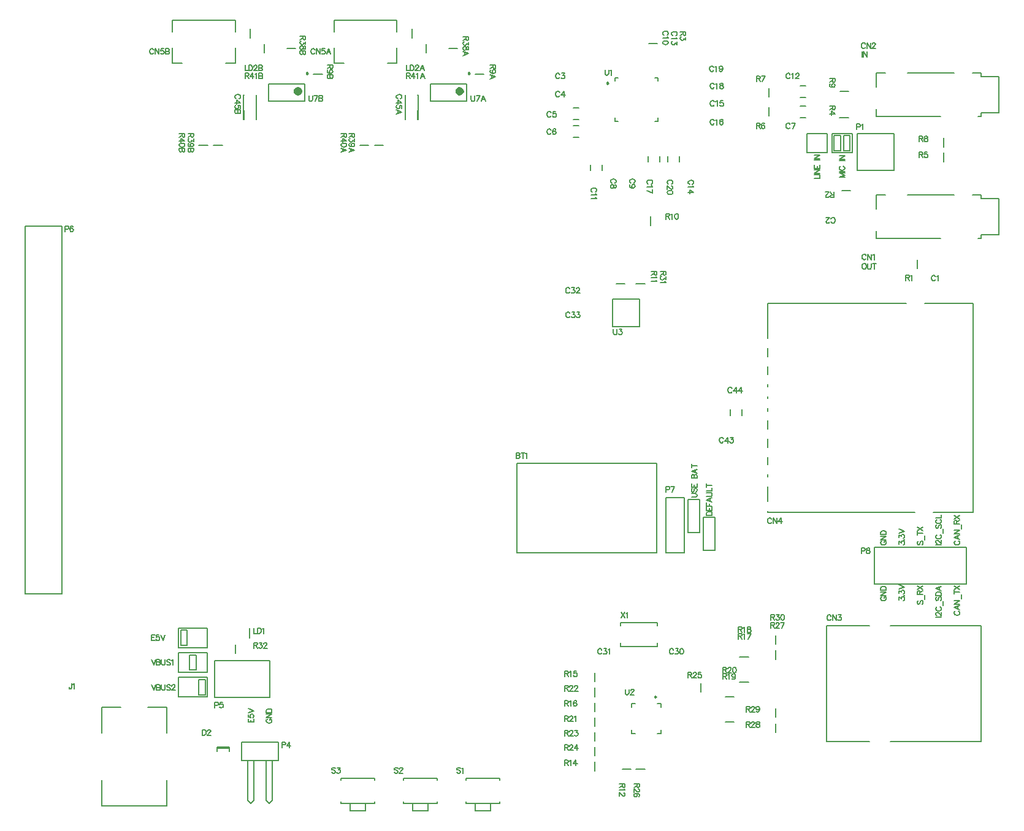
<source format=gto>
G04 Layer_Color=65535*
%FSLAX25Y25*%
%MOIN*%
G70*
G01*
G75*
%ADD10C,0.00800*%
%ADD73C,0.00787*%
%ADD87C,0.00984*%
%ADD88C,0.02362*%
%ADD89C,0.00500*%
D10*
X449705Y353740D02*
Y364370D01*
X438681D02*
X449705D01*
X438681Y353740D02*
Y364370D01*
Y353740D02*
X449705D01*
X444980Y354921D02*
X448524D01*
X444980D02*
Y363189D01*
X448524D01*
Y354921D02*
Y363189D01*
X443405Y354921D02*
Y363189D01*
X439862D02*
X443405D01*
X439862Y354921D02*
Y363189D01*
Y354921D02*
X443405D01*
X425197Y353740D02*
Y364370D01*
Y353740D02*
X436221D01*
Y364370D01*
X425197D02*
X436221D01*
X83465Y84646D02*
Y95276D01*
Y84646D02*
X99213D01*
Y95276D01*
X83465D02*
X99213D01*
X84646Y94095D02*
X88189D01*
Y85827D02*
Y94095D01*
X84646Y85827D02*
X88189D01*
X84646D02*
Y94095D01*
X89469Y80709D02*
X93012D01*
Y72441D02*
Y80709D01*
X89469Y72441D02*
X93012D01*
X89469D02*
Y80709D01*
X83465Y71260D02*
Y81890D01*
Y71260D02*
X99213D01*
Y81890D01*
X83465D02*
X99213D01*
X83465Y68504D02*
X99213D01*
Y57874D02*
Y68504D01*
X83465Y57874D02*
X99213D01*
X83465D02*
Y68504D01*
X94488Y67323D02*
X98032D01*
Y59055D02*
Y67323D01*
X94488Y59055D02*
X98032D01*
X94488D02*
Y67323D01*
X375197Y137402D02*
Y155512D01*
X368898D02*
X375197D01*
X368898Y137402D02*
X375197D01*
X368898D02*
Y155512D01*
X366929Y147244D02*
Y165354D01*
X360630D02*
X366929D01*
X360630Y147244D02*
X366929D01*
X360630D02*
Y165354D01*
D73*
X298118Y378224D02*
X301268D01*
X298118Y371925D02*
X301268D01*
X298118Y368504D02*
X301268D01*
X298118Y362205D02*
X301268D01*
X421315Y373000D02*
X424465D01*
X421315Y379300D02*
X424465D01*
X307567Y344158D02*
Y347307D01*
X313866Y344158D02*
Y347307D01*
X421315Y383827D02*
X424465D01*
X421315Y390126D02*
X424465D01*
X338811Y348858D02*
Y352008D01*
X345110Y348858D02*
Y352008D01*
X349598Y348858D02*
Y352008D01*
X355898Y348858D02*
Y352008D01*
X389764Y211024D02*
Y214173D01*
X383465Y211024D02*
Y214173D01*
X206745Y371880D02*
Y385266D01*
X213832Y371880D02*
Y385266D01*
X206745D02*
X206942D01*
Y371880D02*
Y376998D01*
X213635Y385266D02*
X213832D01*
X213635Y371880D02*
Y376998D01*
X118792Y371880D02*
Y385266D01*
X125879Y371880D02*
Y385266D01*
X118792D02*
X118989D01*
Y371880D02*
Y376998D01*
X125682Y385266D02*
X125879D01*
X125682Y371880D02*
Y376998D01*
X111221Y28346D02*
Y30709D01*
X104528Y28346D02*
Y30709D01*
X111221D01*
X104528Y29921D02*
X111221D01*
X122145Y89992D02*
Y95110D01*
X210542Y416093D02*
Y421211D01*
X122589Y416093D02*
Y421211D01*
X113863Y57615D02*
X133030D01*
X103030D02*
X133030D01*
X103030Y77615D02*
X133030D01*
X103030Y57615D02*
Y77615D01*
X133030Y57615D02*
Y77615D01*
X118Y113937D02*
Y313937D01*
X20118Y113937D02*
Y313937D01*
X118D02*
X20118D01*
X118Y113937D02*
X20118D01*
X485291Y290732D02*
Y295457D01*
X444110Y333095D02*
X448835D01*
X339098Y413291D02*
X343823D01*
X442913Y372835D02*
X447638D01*
X499378Y349024D02*
Y353748D01*
X404418Y373788D02*
Y378512D01*
X404362Y384339D02*
Y389063D01*
X499378Y357024D02*
Y361748D01*
X443016Y387386D02*
X447740D01*
X340000Y314378D02*
Y319102D01*
X321457Y282480D02*
X326181D01*
X324803Y18504D02*
X329528D01*
X309842Y17717D02*
Y22441D01*
Y66142D02*
Y70866D01*
Y50000D02*
Y54724D01*
X388583Y65748D02*
X393307D01*
X388583Y79528D02*
X393307D01*
X380906Y44193D02*
X385630D01*
X380906Y57972D02*
X385630D01*
X367323Y60630D02*
Y65354D01*
X332283Y18504D02*
X337008D01*
X408268Y78347D02*
Y83071D01*
Y38583D02*
Y43307D01*
Y46850D02*
Y51575D01*
Y86614D02*
Y91339D01*
X332283Y282480D02*
X337008D01*
X114465Y81497D02*
Y86222D01*
X230320Y410573D02*
X235044D01*
X142367D02*
X147092D01*
X102620Y357873D02*
X107345D01*
X94621D02*
X99345D01*
X218022Y408290D02*
Y413015D01*
X130069Y408290D02*
Y413015D01*
X320654Y392783D02*
Y394654D01*
X322524D01*
X342406D02*
X344276D01*
Y392783D02*
Y394654D01*
Y371031D02*
Y372902D01*
X342406Y371031D02*
X344276D01*
X320654D02*
X322524D01*
X320654D02*
Y372902D01*
X343799Y54134D02*
X345866D01*
Y52067D02*
Y54134D01*
Y37992D02*
Y40059D01*
X343799Y37992D02*
X345866D01*
X329724D02*
X331791D01*
X329724D02*
Y40059D01*
Y52067D02*
Y54134D01*
X331791D01*
X220446Y391298D02*
X240131D01*
X220446Y381849D02*
X240131D01*
Y391298D01*
X220446Y381849D02*
Y391298D01*
X132493D02*
X152178D01*
X132493Y381849D02*
X152178D01*
Y391298D01*
X132493Y381849D02*
Y391298D01*
X309866Y41811D02*
Y46536D01*
Y58059D02*
Y62783D01*
Y33811D02*
Y38535D01*
Y25811D02*
Y30536D01*
X137818Y23369D02*
Y33211D01*
X117818Y23369D02*
Y33211D01*
X137818D01*
X117818Y23369D02*
X137818D01*
X121151Y1709D02*
Y23369D01*
Y1709D02*
X122818Y42D01*
X124484Y1709D01*
X124484Y1709D02*
Y23369D01*
X134484Y1709D02*
Y23369D01*
X132818Y42D02*
X134484Y1709D01*
X131151D02*
X132818Y42D01*
X131151Y1709D02*
Y23369D01*
X452378Y364386D02*
X472378D01*
X452378Y344386D02*
Y364386D01*
X472378Y344386D02*
Y364386D01*
X452378Y344386D02*
X472378D01*
X519807Y33437D02*
Y96587D01*
X435949Y33437D02*
Y96587D01*
X470594Y33437D02*
X519807D01*
X435949D02*
X459177D01*
X435949Y96587D02*
X459177D01*
X470594D02*
X519807D01*
X348543Y136339D02*
X358543D01*
X348543D02*
Y166339D01*
X358543D01*
Y136339D02*
Y166339D01*
X461693Y119252D02*
Y139252D01*
X511693Y119252D02*
Y139252D01*
X461693Y119252D02*
X511693D01*
X461693Y139252D02*
X511693D01*
X190168Y357873D02*
X194892D01*
X182168D02*
X186892D01*
X244892Y396654D02*
X249616D01*
X156939D02*
X161663D01*
D87*
X317209Y391701D02*
X316470Y392127D01*
Y391275D01*
X317209Y391701D01*
X343209Y57874D02*
X342471Y58300D01*
Y57448D01*
X343209Y57874D01*
X241824Y397006D02*
X241086Y397432D01*
Y396580D01*
X241824Y397006D01*
X153871D02*
X153133Y397432D01*
Y396580D01*
X153871Y397006D01*
D88*
X237375Y387361D02*
X236930Y388284D01*
X235931Y388512D01*
X235130Y387873D01*
Y386848D01*
X235931Y386209D01*
X236930Y386437D01*
X237375Y387361D01*
X149422D02*
X148978Y388284D01*
X147978Y388512D01*
X147177Y387873D01*
Y386848D01*
X147978Y386209D01*
X148978Y386437D01*
X149422Y387361D01*
D89*
X529571Y309079D02*
Y328764D01*
X519728D02*
X529571D01*
X519728Y309079D02*
X529571D01*
X519728Y328764D02*
Y330732D01*
X462642Y307110D02*
X497780D01*
X519728Y307110D02*
Y309079D01*
X519728Y307110D02*
X519728Y307110D01*
X518055Y307110D02*
X519728D01*
X515299Y330732D02*
X519728D01*
X479669Y330732D02*
X505260D01*
X462642Y330732D02*
X467661D01*
X462642Y323154D02*
Y330732D01*
Y307110D02*
Y311146D01*
X529571Y375543D02*
Y395228D01*
X519728D02*
X529571D01*
X519728Y375543D02*
X529571D01*
X519728Y395228D02*
Y397197D01*
X462642Y373575D02*
X497780D01*
X519728Y373575D02*
Y375543D01*
X519728Y373575D02*
X519728Y373575D01*
X518055Y373575D02*
X519728D01*
X515299Y397197D02*
X519728D01*
X479669Y397197D02*
X505260D01*
X462642Y397197D02*
X467661D01*
X462642Y389618D02*
Y397197D01*
Y373575D02*
Y377610D01*
X403742Y252763D02*
Y271857D01*
Y242920D02*
Y247448D01*
Y233078D02*
Y237605D01*
Y226581D02*
Y227763D01*
Y220085D02*
Y221266D01*
Y213392D02*
Y214770D01*
Y203550D02*
Y208078D01*
Y193707D02*
Y198235D01*
Y184160D02*
Y188392D01*
Y177467D02*
Y178845D01*
Y164278D02*
Y172152D01*
X403742Y158078D02*
Y158963D01*
Y271857D02*
X479037D01*
X489077D02*
X515553D01*
X403742Y158078D02*
X483762D01*
X493801D02*
X515553D01*
Y271857D01*
X197061Y402704D02*
X202278D01*
Y410971D01*
X168223Y402704D02*
Y410971D01*
Y402704D02*
X173439D01*
X202278Y419633D02*
Y425932D01*
X168223D02*
X202278D01*
X168223Y419633D02*
Y425932D01*
X109109Y402704D02*
X114325D01*
Y410971D01*
X80270Y402704D02*
Y410971D01*
Y402704D02*
X85487D01*
X114325Y419633D02*
Y425932D01*
X80270D02*
X114325D01*
X80270Y419633D02*
Y425932D01*
X41748Y38201D02*
Y52079D01*
Y-1465D02*
Y12413D01*
X77181Y38201D02*
Y52079D01*
Y-1465D02*
Y12413D01*
X41748Y52079D02*
X52280D01*
X66650D02*
X77181D01*
X41748Y-1465D02*
X77181D01*
X319390Y259350D02*
X334154D01*
X319390Y274114D02*
X334154D01*
Y259350D02*
Y274114D01*
X319390Y259350D02*
Y274114D01*
X323831Y85311D02*
X343910D01*
Y87181D01*
X323831Y85311D02*
Y87181D01*
Y96433D02*
Y98303D01*
X343910Y96433D02*
Y98303D01*
X323831D02*
X343910D01*
X239638Y1032D02*
X239638Y1032D01*
Y-150D02*
Y1032D01*
Y-150D02*
X253024D01*
X258142D01*
X239638Y13630D02*
X258142D01*
X244756Y-4087D02*
X253024D01*
Y-150D01*
X244756D02*
X253024D01*
X244756Y-4087D02*
Y-150D01*
X239638Y12449D02*
Y13630D01*
X258142Y-150D02*
Y1032D01*
Y12449D02*
Y13630D01*
X205638Y1032D02*
X205638Y1032D01*
Y-150D02*
Y1032D01*
Y-150D02*
X219024D01*
X224142D01*
X205638Y13630D02*
X224142D01*
X210756Y-4087D02*
X219024D01*
Y-150D01*
X210756D02*
X219024D01*
X210756Y-4087D02*
Y-150D01*
X205638Y12449D02*
Y13630D01*
X224142Y-150D02*
Y1032D01*
Y12449D02*
Y13630D01*
X171638Y1032D02*
X171638Y1032D01*
Y-150D02*
Y1032D01*
Y-150D02*
X185024D01*
X190142D01*
X171638Y13630D02*
X190142D01*
X176756Y-4087D02*
X185024D01*
Y-150D01*
X176756D02*
X185024D01*
X176756Y-4087D02*
Y-150D01*
X171638Y12449D02*
Y13630D01*
X190142Y-150D02*
Y1032D01*
Y12449D02*
Y13630D01*
X267520Y184941D02*
X343307D01*
Y136319D02*
Y184941D01*
X267520Y136319D02*
X343307D01*
X267520D02*
Y184941D01*
X167369Y401575D02*
X164370D01*
X167369D02*
Y400289D01*
X167227Y399861D01*
X167084Y399718D01*
X166798Y399575D01*
X166513D01*
X166227Y399718D01*
X166084Y399861D01*
X165941Y400289D01*
Y401575D01*
Y400575D02*
X164370Y399575D01*
X166370Y397047D02*
X165941Y397190D01*
X165656Y397476D01*
X165513Y397904D01*
Y398047D01*
X165656Y398476D01*
X165941Y398761D01*
X166370Y398904D01*
X166513D01*
X166941Y398761D01*
X167227Y398476D01*
X167369Y398047D01*
Y397904D01*
X167227Y397476D01*
X166941Y397190D01*
X166370Y397047D01*
X165656D01*
X164941Y397190D01*
X164513Y397476D01*
X164370Y397904D01*
Y398190D01*
X164513Y398618D01*
X164799Y398761D01*
X167369Y396233D02*
X164370D01*
X167369D02*
Y394948D01*
X167227Y394519D01*
X167084Y394376D01*
X166798Y394233D01*
X166513D01*
X166227Y394376D01*
X166084Y394519D01*
X165941Y394948D01*
Y396233D02*
Y394948D01*
X165798Y394519D01*
X165656Y394376D01*
X165370Y394233D01*
X164941D01*
X164656Y394376D01*
X164513Y394519D01*
X164370Y394948D01*
Y396233D01*
X255952Y401575D02*
X252953D01*
X255952D02*
Y400289D01*
X255809Y399861D01*
X255666Y399718D01*
X255381Y399575D01*
X255095D01*
X254809Y399718D01*
X254667Y399861D01*
X254524Y400289D01*
Y401575D01*
Y400575D02*
X252953Y399575D01*
X254952Y397047D02*
X254524Y397190D01*
X254238Y397476D01*
X254095Y397904D01*
Y398047D01*
X254238Y398476D01*
X254524Y398761D01*
X254952Y398904D01*
X255095D01*
X255524Y398761D01*
X255809Y398476D01*
X255952Y398047D01*
Y397904D01*
X255809Y397476D01*
X255524Y397190D01*
X254952Y397047D01*
X254238D01*
X253524Y397190D01*
X253096Y397476D01*
X252953Y397904D01*
Y398190D01*
X253096Y398618D01*
X253381Y398761D01*
X252953Y393948D02*
X255952Y395091D01*
X252953Y396233D01*
X253953Y395805D02*
Y394376D01*
X174909Y364370D02*
X171909D01*
X174909D02*
Y363085D01*
X174766Y362656D01*
X174623Y362513D01*
X174337Y362371D01*
X174052D01*
X173766Y362513D01*
X173623Y362656D01*
X173480Y363085D01*
Y364370D01*
Y363370D02*
X171909Y362371D01*
X174909Y360271D02*
X172909Y361699D01*
Y359557D01*
X174909Y360271D02*
X171909D01*
X174909Y358172D02*
X174766Y358600D01*
X174337Y358886D01*
X173623Y359028D01*
X173195D01*
X172481Y358886D01*
X172052Y358600D01*
X171909Y358172D01*
Y357886D01*
X172052Y357457D01*
X172481Y357172D01*
X173195Y357029D01*
X173623D01*
X174337Y357172D01*
X174766Y357457D01*
X174909Y357886D01*
Y358172D01*
X171909Y354072D02*
X174909Y355215D01*
X171909Y356358D01*
X172909Y355929D02*
Y354501D01*
X179239Y364370D02*
X176240D01*
X179239D02*
Y363085D01*
X179097Y362656D01*
X178954Y362513D01*
X178668Y362371D01*
X178383D01*
X178097Y362513D01*
X177954Y362656D01*
X177811Y363085D01*
Y364370D01*
Y363370D02*
X176240Y362371D01*
X179239Y361414D02*
Y359842D01*
X178097Y360700D01*
Y360271D01*
X177954Y359985D01*
X177811Y359842D01*
X177383Y359700D01*
X177097D01*
X176669Y359842D01*
X176383Y360128D01*
X176240Y360557D01*
Y360985D01*
X176383Y361414D01*
X176526Y361557D01*
X176811Y361699D01*
X178240Y357172D02*
X177811Y357314D01*
X177526Y357600D01*
X177383Y358029D01*
Y358172D01*
X177526Y358600D01*
X177811Y358886D01*
X178240Y359028D01*
X178383D01*
X178811Y358886D01*
X179097Y358600D01*
X179239Y358172D01*
Y358029D01*
X179097Y357600D01*
X178811Y357314D01*
X178240Y357172D01*
X177526D01*
X176811Y357314D01*
X176383Y357600D01*
X176240Y358029D01*
Y358314D01*
X176383Y358743D01*
X176669Y358886D01*
X176240Y354072D02*
X179239Y355215D01*
X176240Y356358D01*
X177240Y355929D02*
Y354501D01*
X454724Y137255D02*
X456010D01*
X456438Y137398D01*
X456581Y137541D01*
X456724Y137826D01*
Y138255D01*
X456581Y138540D01*
X456438Y138683D01*
X456010Y138826D01*
X454724D01*
Y135827D01*
X458109Y138826D02*
X457681Y138683D01*
X457538Y138398D01*
Y138112D01*
X457681Y137826D01*
X457967Y137683D01*
X458538Y137541D01*
X458966Y137398D01*
X459252Y137112D01*
X459395Y136827D01*
Y136398D01*
X459252Y136112D01*
X459109Y135970D01*
X458681Y135827D01*
X458109D01*
X457681Y135970D01*
X457538Y136112D01*
X457395Y136398D01*
Y136827D01*
X457538Y137112D01*
X457824Y137398D01*
X458252Y137541D01*
X458823Y137683D01*
X459109Y137826D01*
X459252Y138112D01*
Y138398D01*
X459109Y138683D01*
X458681Y138826D01*
X458109D01*
X267020Y190659D02*
Y187660D01*
Y190659D02*
X268305D01*
X268734Y190516D01*
X268876Y190374D01*
X269019Y190088D01*
Y189802D01*
X268876Y189517D01*
X268734Y189374D01*
X268305Y189231D01*
X267020D02*
X268305D01*
X268734Y189088D01*
X268876Y188945D01*
X269019Y188660D01*
Y188231D01*
X268876Y187945D01*
X268734Y187803D01*
X268305Y187660D01*
X267020D01*
X270690Y190659D02*
Y187660D01*
X269690Y190659D02*
X271690D01*
X272047Y190088D02*
X272333Y190231D01*
X272761Y190659D01*
Y187660D01*
X348620Y170688D02*
X349905D01*
X350334Y170831D01*
X350476Y170974D01*
X350619Y171259D01*
Y171688D01*
X350476Y171974D01*
X350334Y172116D01*
X349905Y172259D01*
X348620D01*
Y169260D01*
X353290Y172259D02*
X351862Y169260D01*
X351290Y172259D02*
X353290D01*
X168819Y18931D02*
X168534Y19216D01*
X168105Y19359D01*
X167534D01*
X167105Y19216D01*
X166820Y18931D01*
Y18645D01*
X166963Y18359D01*
X167105Y18217D01*
X167391Y18074D01*
X168248Y17788D01*
X168534Y17645D01*
X168676Y17502D01*
X168819Y17217D01*
Y16788D01*
X168534Y16503D01*
X168105Y16360D01*
X167534D01*
X167105Y16503D01*
X166820Y16788D01*
X169776Y19359D02*
X171347D01*
X170490Y18217D01*
X170919D01*
X171204Y18074D01*
X171347Y17931D01*
X171490Y17502D01*
Y17217D01*
X171347Y16788D01*
X171062Y16503D01*
X170633Y16360D01*
X170205D01*
X169776Y16503D01*
X169633Y16646D01*
X169491Y16931D01*
X202819Y18931D02*
X202534Y19216D01*
X202105Y19359D01*
X201534D01*
X201105Y19216D01*
X200820Y18931D01*
Y18645D01*
X200962Y18359D01*
X201105Y18217D01*
X201391Y18074D01*
X202248Y17788D01*
X202534Y17645D01*
X202676Y17502D01*
X202819Y17217D01*
Y16788D01*
X202534Y16503D01*
X202105Y16360D01*
X201534D01*
X201105Y16503D01*
X200820Y16788D01*
X203633Y18645D02*
Y18788D01*
X203776Y19073D01*
X203919Y19216D01*
X204205Y19359D01*
X204776D01*
X205062Y19216D01*
X205205Y19073D01*
X205347Y18788D01*
Y18502D01*
X205205Y18217D01*
X204919Y17788D01*
X203490Y16360D01*
X205490D01*
X236819Y18931D02*
X236534Y19216D01*
X236105Y19359D01*
X235534D01*
X235105Y19216D01*
X234820Y18931D01*
Y18645D01*
X234963Y18359D01*
X235105Y18217D01*
X235391Y18074D01*
X236248Y17788D01*
X236534Y17645D01*
X236676Y17502D01*
X236819Y17217D01*
Y16788D01*
X236534Y16503D01*
X236105Y16360D01*
X235534D01*
X235105Y16503D01*
X234820Y16788D01*
X237491Y18788D02*
X237776Y18931D01*
X238205Y19359D01*
Y16360D01*
X438166Y101695D02*
X438023Y101980D01*
X437738Y102266D01*
X437452Y102409D01*
X436881D01*
X436595Y102266D01*
X436309Y101980D01*
X436166Y101695D01*
X436024Y101266D01*
Y100552D01*
X436166Y100124D01*
X436309Y99838D01*
X436595Y99552D01*
X436881Y99410D01*
X437452D01*
X437738Y99552D01*
X438023Y99838D01*
X438166Y100124D01*
X439009Y102409D02*
Y99410D01*
Y102409D02*
X441008Y99410D01*
Y102409D02*
Y99410D01*
X442122Y102409D02*
X443693D01*
X442836Y101266D01*
X443265D01*
X443551Y101123D01*
X443693Y100980D01*
X443836Y100552D01*
Y100266D01*
X443693Y99838D01*
X443408Y99552D01*
X442979Y99410D01*
X442551D01*
X442122Y99552D01*
X441980Y99695D01*
X441837Y99981D01*
X452144Y367901D02*
X453430D01*
X453858Y368043D01*
X454001Y368186D01*
X454144Y368472D01*
Y368900D01*
X454001Y369186D01*
X453858Y369329D01*
X453430Y369472D01*
X452144D01*
Y366472D01*
X454815Y368900D02*
X455101Y369043D01*
X455529Y369472D01*
Y366472D01*
X139764Y31743D02*
X141049D01*
X141478Y31886D01*
X141621Y32029D01*
X141763Y32315D01*
Y32743D01*
X141621Y33029D01*
X141478Y33171D01*
X141049Y33314D01*
X139764D01*
Y30315D01*
X143863Y33314D02*
X142435Y31315D01*
X144577D01*
X143863Y33314D02*
Y30315D01*
X293307Y31740D02*
Y28740D01*
Y31740D02*
X294592D01*
X295021Y31597D01*
X295164Y31454D01*
X295307Y31168D01*
Y30883D01*
X295164Y30597D01*
X295021Y30454D01*
X294592Y30311D01*
X293307D01*
X294307D02*
X295307Y28740D01*
X296121Y31025D02*
Y31168D01*
X296264Y31454D01*
X296406Y31597D01*
X296692Y31740D01*
X297263D01*
X297549Y31597D01*
X297692Y31454D01*
X297835Y31168D01*
Y30883D01*
X297692Y30597D01*
X297406Y30168D01*
X295978Y28740D01*
X297977D01*
X300077Y31740D02*
X298649Y29740D01*
X300791D01*
X300077Y31740D02*
Y28740D01*
X293307Y39614D02*
Y36614D01*
Y39614D02*
X294592D01*
X295021Y39471D01*
X295164Y39328D01*
X295307Y39042D01*
Y38757D01*
X295164Y38471D01*
X295021Y38328D01*
X294592Y38185D01*
X293307D01*
X294307D02*
X295307Y36614D01*
X296121Y38899D02*
Y39042D01*
X296264Y39328D01*
X296406Y39471D01*
X296692Y39614D01*
X297263D01*
X297549Y39471D01*
X297692Y39328D01*
X297835Y39042D01*
Y38757D01*
X297692Y38471D01*
X297406Y38042D01*
X295978Y36614D01*
X297977D01*
X298935Y39614D02*
X300505D01*
X299649Y38471D01*
X300077D01*
X300363Y38328D01*
X300505Y38185D01*
X300648Y37757D01*
Y37471D01*
X300505Y37043D01*
X300220Y36757D01*
X299791Y36614D01*
X299363D01*
X298935Y36757D01*
X298792Y36900D01*
X298649Y37185D01*
X293307Y64023D02*
Y61024D01*
Y64023D02*
X294592D01*
X295021Y63880D01*
X295164Y63737D01*
X295307Y63452D01*
Y63166D01*
X295164Y62880D01*
X295021Y62738D01*
X294592Y62595D01*
X293307D01*
X294307D02*
X295307Y61024D01*
X296121Y63309D02*
Y63452D01*
X296264Y63737D01*
X296406Y63880D01*
X296692Y64023D01*
X297263D01*
X297549Y63880D01*
X297692Y63737D01*
X297835Y63452D01*
Y63166D01*
X297692Y62880D01*
X297406Y62452D01*
X295978Y61024D01*
X297977D01*
X298792Y63309D02*
Y63452D01*
X298935Y63737D01*
X299077Y63880D01*
X299363Y64023D01*
X299934D01*
X300220Y63880D01*
X300363Y63737D01*
X300505Y63452D01*
Y63166D01*
X300363Y62880D01*
X300077Y62452D01*
X298649Y61024D01*
X300648D01*
X293307Y47488D02*
Y44488D01*
Y47488D02*
X294592D01*
X295021Y47345D01*
X295164Y47202D01*
X295307Y46916D01*
Y46631D01*
X295164Y46345D01*
X295021Y46202D01*
X294592Y46059D01*
X293307D01*
X294307D02*
X295307Y44488D01*
X296121Y46773D02*
Y46916D01*
X296264Y47202D01*
X296406Y47345D01*
X296692Y47488D01*
X297263D01*
X297549Y47345D01*
X297692Y47202D01*
X297835Y46916D01*
Y46631D01*
X297692Y46345D01*
X297406Y45917D01*
X295978Y44488D01*
X297977D01*
X298649Y46916D02*
X298935Y47059D01*
X299363Y47488D01*
Y44488D01*
X324016Y103787D02*
X326015Y100787D01*
Y103787D02*
X324016Y100787D01*
X326687Y103216D02*
X326972Y103358D01*
X327401Y103787D01*
Y100787D01*
X154331Y384889D02*
Y382747D01*
X154473Y382318D01*
X154759Y382033D01*
X155188Y381890D01*
X155473D01*
X155902Y382033D01*
X156187Y382318D01*
X156330Y382747D01*
Y384889D01*
X159158D02*
X157730Y381890D01*
X157159Y384889D02*
X159158D01*
X159829D02*
Y381890D01*
Y384889D02*
X161115D01*
X161544Y384746D01*
X161686Y384604D01*
X161829Y384318D01*
Y384032D01*
X161686Y383747D01*
X161544Y383604D01*
X161115Y383461D01*
X159829D02*
X161115D01*
X161544Y383318D01*
X161686Y383175D01*
X161829Y382890D01*
Y382461D01*
X161686Y382175D01*
X161544Y382033D01*
X161115Y381890D01*
X159829D01*
X242520Y384889D02*
Y382747D01*
X242663Y382318D01*
X242948Y382033D01*
X243377Y381890D01*
X243662D01*
X244091Y382033D01*
X244376Y382318D01*
X244519Y382747D01*
Y384889D01*
X247347D02*
X245919Y381890D01*
X245348Y384889D02*
X247347D01*
X250304Y381890D02*
X249161Y384889D01*
X248019Y381890D01*
X248447Y382890D02*
X249875D01*
X319882Y257921D02*
Y255778D01*
X320025Y255350D01*
X320310Y255064D01*
X320739Y254921D01*
X321024D01*
X321453Y255064D01*
X321739Y255350D01*
X321882Y255778D01*
Y257921D01*
X322995D02*
X324567D01*
X323710Y256778D01*
X324138D01*
X324424Y256635D01*
X324567Y256492D01*
X324709Y256064D01*
Y255778D01*
X324567Y255350D01*
X324281Y255064D01*
X323852Y254921D01*
X323424D01*
X322995Y255064D01*
X322853Y255207D01*
X322710Y255493D01*
X326378Y62055D02*
Y59912D01*
X326521Y59484D01*
X326806Y59198D01*
X327235Y59055D01*
X327521D01*
X327949Y59198D01*
X328235Y59484D01*
X328378Y59912D01*
Y62055D01*
X329349Y61340D02*
Y61483D01*
X329492Y61769D01*
X329634Y61912D01*
X329920Y62055D01*
X330491D01*
X330777Y61912D01*
X330920Y61769D01*
X331063Y61483D01*
Y61198D01*
X330920Y60912D01*
X330634Y60483D01*
X329206Y59055D01*
X331206D01*
X315354Y399062D02*
Y396920D01*
X315497Y396492D01*
X315783Y396206D01*
X316211Y396063D01*
X316497D01*
X316925Y396206D01*
X317211Y396492D01*
X317354Y396920D01*
Y399062D01*
X318182Y398491D02*
X318468Y398634D01*
X318896Y399062D01*
Y396063D01*
X119685Y397094D02*
Y394094D01*
Y397094D02*
X120970D01*
X121399Y396951D01*
X121542Y396808D01*
X121685Y396522D01*
Y396237D01*
X121542Y395951D01*
X121399Y395808D01*
X120970Y395666D01*
X119685D01*
X120685D02*
X121685Y394094D01*
X123784Y397094D02*
X122356Y395094D01*
X124498D01*
X123784Y397094D02*
Y394094D01*
X125027Y396522D02*
X125312Y396665D01*
X125741Y397094D01*
Y394094D01*
X127226Y397094D02*
Y394094D01*
Y397094D02*
X128512D01*
X128940Y396951D01*
X129083Y396808D01*
X129226Y396522D01*
Y396237D01*
X129083Y395951D01*
X128940Y395808D01*
X128512Y395666D01*
X127226D02*
X128512D01*
X128940Y395523D01*
X129083Y395380D01*
X129226Y395094D01*
Y394666D01*
X129083Y394380D01*
X128940Y394237D01*
X128512Y394094D01*
X127226D01*
X207480Y397094D02*
Y394094D01*
Y397094D02*
X208766D01*
X209194Y396951D01*
X209337Y396808D01*
X209480Y396522D01*
Y396237D01*
X209337Y395951D01*
X209194Y395808D01*
X208766Y395666D01*
X207480D01*
X208480D02*
X209480Y394094D01*
X211579Y397094D02*
X210151Y395094D01*
X212294D01*
X211579Y397094D02*
Y394094D01*
X212822Y396522D02*
X213108Y396665D01*
X213536Y397094D01*
Y394094D01*
X217307D02*
X216164Y397094D01*
X215022Y394094D01*
X215450Y395094D02*
X216878D01*
X86968Y364370D02*
X83969D01*
X86968D02*
Y363085D01*
X86825Y362656D01*
X86682Y362513D01*
X86397Y362371D01*
X86111D01*
X85825Y362513D01*
X85682Y362656D01*
X85540Y363085D01*
Y364370D01*
Y363370D02*
X83969Y362371D01*
X86968Y360271D02*
X84968Y361699D01*
Y359557D01*
X86968Y360271D02*
X83969D01*
X86968Y358172D02*
X86825Y358600D01*
X86397Y358886D01*
X85682Y359028D01*
X85254D01*
X84540Y358886D01*
X84111Y358600D01*
X83969Y358172D01*
Y357886D01*
X84111Y357457D01*
X84540Y357172D01*
X85254Y357029D01*
X85682D01*
X86397Y357172D01*
X86825Y357457D01*
X86968Y357886D01*
Y358172D01*
Y356358D02*
X83969D01*
X86968D02*
Y355072D01*
X86825Y354644D01*
X86682Y354501D01*
X86397Y354358D01*
X86111D01*
X85825Y354501D01*
X85682Y354644D01*
X85540Y355072D01*
Y356358D02*
Y355072D01*
X85397Y354644D01*
X85254Y354501D01*
X84968Y354358D01*
X84540D01*
X84254Y354501D01*
X84111Y354644D01*
X83969Y355072D01*
Y356358D01*
X91692Y364370D02*
X88693D01*
X91692D02*
Y363085D01*
X91549Y362656D01*
X91407Y362513D01*
X91121Y362371D01*
X90835D01*
X90550Y362513D01*
X90407Y362656D01*
X90264Y363085D01*
Y364370D01*
Y363370D02*
X88693Y362371D01*
X91692Y361414D02*
Y359842D01*
X90550Y360700D01*
Y360271D01*
X90407Y359985D01*
X90264Y359842D01*
X89836Y359700D01*
X89550D01*
X89121Y359842D01*
X88836Y360128D01*
X88693Y360557D01*
Y360985D01*
X88836Y361414D01*
X88979Y361557D01*
X89264Y361699D01*
X90693Y357172D02*
X90264Y357314D01*
X89978Y357600D01*
X89836Y358029D01*
Y358172D01*
X89978Y358600D01*
X90264Y358886D01*
X90693Y359028D01*
X90835D01*
X91264Y358886D01*
X91549Y358600D01*
X91692Y358172D01*
Y358029D01*
X91549Y357600D01*
X91264Y357314D01*
X90693Y357172D01*
X89978D01*
X89264Y357314D01*
X88836Y357600D01*
X88693Y358029D01*
Y358314D01*
X88836Y358743D01*
X89121Y358886D01*
X91692Y356358D02*
X88693D01*
X91692D02*
Y355072D01*
X91549Y354644D01*
X91407Y354501D01*
X91121Y354358D01*
X90835D01*
X90550Y354501D01*
X90407Y354644D01*
X90264Y355072D01*
Y356358D02*
Y355072D01*
X90121Y354644D01*
X89978Y354501D01*
X89693Y354358D01*
X89264D01*
X88979Y354501D01*
X88836Y354644D01*
X88693Y355072D01*
Y356358D01*
X152606Y417323D02*
X149606D01*
X152606D02*
Y416037D01*
X152463Y415609D01*
X152320Y415466D01*
X152034Y415323D01*
X151749D01*
X151463Y415466D01*
X151320Y415609D01*
X151177Y416037D01*
Y417323D01*
Y416323D02*
X149606Y415323D01*
X152606Y414366D02*
Y412795D01*
X151463Y413652D01*
Y413224D01*
X151320Y412938D01*
X151177Y412795D01*
X150749Y412652D01*
X150463D01*
X150035Y412795D01*
X149749Y413081D01*
X149606Y413509D01*
Y413938D01*
X149749Y414366D01*
X149892Y414509D01*
X150178Y414652D01*
X152606Y411267D02*
X152463Y411695D01*
X152177Y411838D01*
X151892D01*
X151606Y411695D01*
X151463Y411410D01*
X151320Y410839D01*
X151177Y410410D01*
X150892Y410124D01*
X150606Y409981D01*
X150178D01*
X149892Y410124D01*
X149749Y410267D01*
X149606Y410696D01*
Y411267D01*
X149749Y411695D01*
X149892Y411838D01*
X150178Y411981D01*
X150606D01*
X150892Y411838D01*
X151177Y411553D01*
X151320Y411124D01*
X151463Y410553D01*
X151606Y410267D01*
X151892Y410124D01*
X152177D01*
X152463Y410267D01*
X152606Y410696D01*
Y411267D01*
Y409310D02*
X149606D01*
X152606D02*
Y408025D01*
X152463Y407596D01*
X152320Y407453D01*
X152034Y407311D01*
X151749D01*
X151463Y407453D01*
X151320Y407596D01*
X151177Y408025D01*
Y409310D02*
Y408025D01*
X151035Y407596D01*
X150892Y407453D01*
X150606Y407311D01*
X150178D01*
X149892Y407453D01*
X149749Y407596D01*
X149606Y408025D01*
Y409310D01*
X241188Y416929D02*
X238189D01*
X241188D02*
Y415644D01*
X241045Y415215D01*
X240903Y415072D01*
X240617Y414930D01*
X240331D01*
X240046Y415072D01*
X239903Y415215D01*
X239760Y415644D01*
Y416929D01*
Y415929D02*
X238189Y414930D01*
X241188Y413973D02*
Y412401D01*
X240046Y413259D01*
Y412830D01*
X239903Y412544D01*
X239760Y412401D01*
X239332Y412259D01*
X239046D01*
X238617Y412401D01*
X238332Y412687D01*
X238189Y413116D01*
Y413544D01*
X238332Y413973D01*
X238475Y414115D01*
X238760Y414258D01*
X241188Y410873D02*
X241045Y411302D01*
X240760Y411445D01*
X240474D01*
X240189Y411302D01*
X240046Y411016D01*
X239903Y410445D01*
X239760Y410016D01*
X239474Y409731D01*
X239189Y409588D01*
X238760D01*
X238475Y409731D01*
X238332Y409873D01*
X238189Y410302D01*
Y410873D01*
X238332Y411302D01*
X238475Y411445D01*
X238760Y411587D01*
X239189D01*
X239474Y411445D01*
X239760Y411159D01*
X239903Y410731D01*
X240046Y410159D01*
X240189Y409873D01*
X240474Y409731D01*
X240760D01*
X241045Y409873D01*
X241188Y410302D01*
Y410873D01*
X238189Y406631D02*
X241188Y407774D01*
X238189Y408917D01*
X239189Y408488D02*
Y407060D01*
X124419Y87370D02*
Y84370D01*
Y87370D02*
X125705D01*
X126133Y87227D01*
X126276Y87084D01*
X126419Y86798D01*
Y86513D01*
X126276Y86227D01*
X126133Y86084D01*
X125705Y85941D01*
X124419D01*
X125419D02*
X126419Y84370D01*
X127376Y87370D02*
X128947D01*
X128090Y86227D01*
X128518D01*
X128804Y86084D01*
X128947Y85941D01*
X129090Y85513D01*
Y85227D01*
X128947Y84799D01*
X128661Y84513D01*
X128233Y84370D01*
X127804D01*
X127376Y84513D01*
X127233Y84656D01*
X127090Y84941D01*
X129904Y86655D02*
Y86798D01*
X130047Y87084D01*
X130190Y87227D01*
X130475Y87370D01*
X131047D01*
X131332Y87227D01*
X131475Y87084D01*
X131618Y86798D01*
Y86513D01*
X131475Y86227D01*
X131189Y85798D01*
X129761Y84370D01*
X131761D01*
X348472Y289370D02*
X345473D01*
X348472D02*
Y288085D01*
X348329Y287656D01*
X348186Y287513D01*
X347901Y287370D01*
X347615D01*
X347329Y287513D01*
X347186Y287656D01*
X347044Y288085D01*
Y289370D01*
Y288370D02*
X345473Y287370D01*
X348472Y286414D02*
Y284842D01*
X347329Y285699D01*
Y285271D01*
X347186Y284985D01*
X347044Y284842D01*
X346615Y284700D01*
X346329D01*
X345901Y284842D01*
X345615Y285128D01*
X345473Y285557D01*
Y285985D01*
X345615Y286414D01*
X345758Y286556D01*
X346044Y286699D01*
X347901Y284028D02*
X348043Y283743D01*
X348472Y283314D01*
X345473D01*
X405512Y102606D02*
Y99606D01*
Y102606D02*
X406797D01*
X407226Y102463D01*
X407369Y102320D01*
X407511Y102034D01*
Y101749D01*
X407369Y101463D01*
X407226Y101320D01*
X406797Y101177D01*
X405512D01*
X406512D02*
X407511Y99606D01*
X408468Y102606D02*
X410039D01*
X409183Y101463D01*
X409611D01*
X409897Y101320D01*
X410039Y101177D01*
X410182Y100749D01*
Y100463D01*
X410039Y100035D01*
X409754Y99749D01*
X409325Y99606D01*
X408897D01*
X408468Y99749D01*
X408325Y99892D01*
X408183Y100178D01*
X411711Y102606D02*
X411282Y102463D01*
X410996Y102034D01*
X410853Y101320D01*
Y100892D01*
X410996Y100178D01*
X411282Y99749D01*
X411711Y99606D01*
X411996D01*
X412425Y99749D01*
X412710Y100178D01*
X412853Y100892D01*
Y101320D01*
X412710Y102034D01*
X412425Y102463D01*
X411996Y102606D01*
X411711D01*
X392126Y52606D02*
Y49606D01*
Y52606D02*
X393411D01*
X393840Y52463D01*
X393983Y52320D01*
X394126Y52034D01*
Y51749D01*
X393983Y51463D01*
X393840Y51320D01*
X393411Y51177D01*
X392126D01*
X393126D02*
X394126Y49606D01*
X394940Y51891D02*
Y52034D01*
X395082Y52320D01*
X395225Y52463D01*
X395511Y52606D01*
X396082D01*
X396368Y52463D01*
X396511Y52320D01*
X396654Y52034D01*
Y51749D01*
X396511Y51463D01*
X396225Y51035D01*
X394797Y49606D01*
X396796D01*
X399324Y51606D02*
X399182Y51177D01*
X398896Y50892D01*
X398467Y50749D01*
X398325D01*
X397896Y50892D01*
X397610Y51177D01*
X397468Y51606D01*
Y51749D01*
X397610Y52177D01*
X397896Y52463D01*
X398325Y52606D01*
X398467D01*
X398896Y52463D01*
X399182Y52177D01*
X399324Y51606D01*
Y50892D01*
X399182Y50178D01*
X398896Y49749D01*
X398467Y49606D01*
X398182D01*
X397753Y49749D01*
X397610Y50035D01*
X392126Y44338D02*
Y41339D01*
Y44338D02*
X393411D01*
X393840Y44195D01*
X393983Y44052D01*
X394126Y43767D01*
Y43481D01*
X393983Y43195D01*
X393840Y43053D01*
X393411Y42910D01*
X392126D01*
X393126D02*
X394126Y41339D01*
X394940Y43624D02*
Y43767D01*
X395082Y44052D01*
X395225Y44195D01*
X395511Y44338D01*
X396082D01*
X396368Y44195D01*
X396511Y44052D01*
X396654Y43767D01*
Y43481D01*
X396511Y43195D01*
X396225Y42767D01*
X394797Y41339D01*
X396796D01*
X398182Y44338D02*
X397753Y44195D01*
X397610Y43909D01*
Y43624D01*
X397753Y43338D01*
X398039Y43195D01*
X398610Y43053D01*
X399039Y42910D01*
X399324Y42624D01*
X399467Y42338D01*
Y41910D01*
X399324Y41624D01*
X399182Y41481D01*
X398753Y41339D01*
X398182D01*
X397753Y41481D01*
X397610Y41624D01*
X397468Y41910D01*
Y42338D01*
X397610Y42624D01*
X397896Y42910D01*
X398325Y43053D01*
X398896Y43195D01*
X399182Y43338D01*
X399324Y43624D01*
Y43909D01*
X399182Y44195D01*
X398753Y44338D01*
X398182D01*
X405512Y98275D02*
Y95276D01*
Y98275D02*
X406797D01*
X407226Y98132D01*
X407369Y97989D01*
X407511Y97704D01*
Y97418D01*
X407369Y97132D01*
X407226Y96990D01*
X406797Y96847D01*
X405512D01*
X406512D02*
X407511Y95276D01*
X408325Y97561D02*
Y97704D01*
X408468Y97989D01*
X408611Y98132D01*
X408897Y98275D01*
X409468D01*
X409754Y98132D01*
X409897Y97989D01*
X410039Y97704D01*
Y97418D01*
X409897Y97132D01*
X409611Y96704D01*
X408183Y95276D01*
X410182D01*
X412853Y98275D02*
X411425Y95276D01*
X410853Y98275D02*
X412853D01*
X334102Y10630D02*
X331102D01*
X334102D02*
Y9345D01*
X333959Y8916D01*
X333816Y8773D01*
X333530Y8630D01*
X333245D01*
X332959Y8773D01*
X332816Y8916D01*
X332674Y9345D01*
Y10630D01*
Y9630D02*
X331102Y8630D01*
X333388Y7816D02*
X333530D01*
X333816Y7673D01*
X333959Y7531D01*
X334102Y7245D01*
Y6674D01*
X333959Y6388D01*
X333816Y6245D01*
X333530Y6102D01*
X333245D01*
X332959Y6245D01*
X332531Y6531D01*
X331102Y7959D01*
Y5959D01*
X333673Y3574D02*
X333959Y3717D01*
X334102Y4146D01*
Y4431D01*
X333959Y4860D01*
X333530Y5145D01*
X332816Y5288D01*
X332102D01*
X331531Y5145D01*
X331245Y4860D01*
X331102Y4431D01*
Y4288D01*
X331245Y3860D01*
X331531Y3574D01*
X331959Y3432D01*
X332102D01*
X332531Y3574D01*
X332816Y3860D01*
X332959Y4288D01*
Y4431D01*
X332816Y4860D01*
X332531Y5145D01*
X332102Y5288D01*
X360512Y71188D02*
Y68189D01*
Y71188D02*
X361797D01*
X362226Y71046D01*
X362369Y70903D01*
X362511Y70617D01*
Y70331D01*
X362369Y70046D01*
X362226Y69903D01*
X361797Y69760D01*
X360512D01*
X361512D02*
X362511Y68189D01*
X363326Y70474D02*
Y70617D01*
X363468Y70903D01*
X363611Y71046D01*
X363897Y71188D01*
X364468D01*
X364754Y71046D01*
X364897Y70903D01*
X365039Y70617D01*
Y70331D01*
X364897Y70046D01*
X364611Y69617D01*
X363183Y68189D01*
X365182D01*
X367567Y71188D02*
X366139D01*
X365996Y69903D01*
X366139Y70046D01*
X366568Y70189D01*
X366996D01*
X367425Y70046D01*
X367710Y69760D01*
X367853Y69332D01*
Y69046D01*
X367710Y68617D01*
X367425Y68332D01*
X366996Y68189D01*
X366568D01*
X366139Y68332D01*
X365996Y68475D01*
X365854Y68760D01*
X379429Y73964D02*
Y70965D01*
Y73964D02*
X380715D01*
X381143Y73821D01*
X381286Y73678D01*
X381429Y73393D01*
Y73107D01*
X381286Y72821D01*
X381143Y72679D01*
X380715Y72536D01*
X379429D01*
X380429D02*
X381429Y70965D01*
X382243Y73250D02*
Y73393D01*
X382386Y73678D01*
X382528Y73821D01*
X382814Y73964D01*
X383385D01*
X383671Y73821D01*
X383814Y73678D01*
X383957Y73393D01*
Y73107D01*
X383814Y72821D01*
X383528Y72393D01*
X382100Y70965D01*
X384100D01*
X385628Y73964D02*
X385199Y73821D01*
X384914Y73393D01*
X384771Y72679D01*
Y72250D01*
X384914Y71536D01*
X385199Y71107D01*
X385628Y70965D01*
X385913D01*
X386342Y71107D01*
X386628Y71536D01*
X386770Y72250D01*
Y72679D01*
X386628Y73393D01*
X386342Y73821D01*
X385913Y73964D01*
X385628D01*
X379429Y70421D02*
Y67421D01*
Y70421D02*
X380715D01*
X381143Y70278D01*
X381286Y70135D01*
X381429Y69849D01*
Y69564D01*
X381286Y69278D01*
X381143Y69135D01*
X380715Y68992D01*
X379429D01*
X380429D02*
X381429Y67421D01*
X382100Y69849D02*
X382386Y69992D01*
X382814Y70421D01*
Y67421D01*
X386156Y69421D02*
X386013Y68992D01*
X385728Y68707D01*
X385299Y68564D01*
X385156D01*
X384728Y68707D01*
X384442Y68992D01*
X384299Y69421D01*
Y69564D01*
X384442Y69992D01*
X384728Y70278D01*
X385156Y70421D01*
X385299D01*
X385728Y70278D01*
X386013Y69992D01*
X386156Y69421D01*
Y68707D01*
X386013Y67993D01*
X385728Y67564D01*
X385299Y67421D01*
X385014D01*
X384585Y67564D01*
X384442Y67850D01*
X387795Y95913D02*
Y92913D01*
Y95913D02*
X389081D01*
X389509Y95770D01*
X389652Y95627D01*
X389795Y95341D01*
Y95056D01*
X389652Y94770D01*
X389509Y94627D01*
X389081Y94485D01*
X387795D01*
X388795D02*
X389795Y92913D01*
X390466Y95341D02*
X390752Y95484D01*
X391180Y95913D01*
Y92913D01*
X393380Y95913D02*
X392951Y95770D01*
X392809Y95484D01*
Y95199D01*
X392951Y94913D01*
X393237Y94770D01*
X393808Y94627D01*
X394237Y94485D01*
X394522Y94199D01*
X394665Y93913D01*
Y93485D01*
X394522Y93199D01*
X394380Y93056D01*
X393951Y92913D01*
X393380D01*
X392951Y93056D01*
X392809Y93199D01*
X392666Y93485D01*
Y93913D01*
X392809Y94199D01*
X393094Y94485D01*
X393523Y94627D01*
X394094Y94770D01*
X394380Y94913D01*
X394522Y95199D01*
Y95484D01*
X394380Y95770D01*
X393951Y95913D01*
X393380D01*
X387795Y92369D02*
Y89370D01*
Y92369D02*
X389081D01*
X389509Y92227D01*
X389652Y92084D01*
X389795Y91798D01*
Y91513D01*
X389652Y91227D01*
X389509Y91084D01*
X389081Y90941D01*
X387795D01*
X388795D02*
X389795Y89370D01*
X390466Y91798D02*
X390752Y91941D01*
X391180Y92369D01*
Y89370D01*
X394665Y92369D02*
X393237Y89370D01*
X392666Y92369D02*
X394665D01*
X293307Y55755D02*
Y52756D01*
Y55755D02*
X294592D01*
X295021Y55612D01*
X295164Y55470D01*
X295307Y55184D01*
Y54898D01*
X295164Y54613D01*
X295021Y54470D01*
X294592Y54327D01*
X293307D01*
X294307D02*
X295307Y52756D01*
X295978Y55184D02*
X296264Y55327D01*
X296692Y55755D01*
Y52756D01*
X299891Y55327D02*
X299749Y55612D01*
X299320Y55755D01*
X299034D01*
X298606Y55612D01*
X298320Y55184D01*
X298178Y54470D01*
Y53756D01*
X298320Y53184D01*
X298606Y52899D01*
X299034Y52756D01*
X299177D01*
X299606Y52899D01*
X299891Y53184D01*
X300034Y53613D01*
Y53756D01*
X299891Y54184D01*
X299606Y54470D01*
X299177Y54613D01*
X299034D01*
X298606Y54470D01*
X298320Y54184D01*
X298178Y53756D01*
X293307Y71897D02*
Y68898D01*
Y71897D02*
X294592D01*
X295021Y71754D01*
X295164Y71611D01*
X295307Y71326D01*
Y71040D01*
X295164Y70754D01*
X295021Y70612D01*
X294592Y70469D01*
X293307D01*
X294307D02*
X295307Y68898D01*
X295978Y71326D02*
X296264Y71469D01*
X296692Y71897D01*
Y68898D01*
X299891Y71897D02*
X298463D01*
X298320Y70612D01*
X298463Y70754D01*
X298892Y70897D01*
X299320D01*
X299749Y70754D01*
X300034Y70469D01*
X300177Y70040D01*
Y69755D01*
X300034Y69326D01*
X299749Y69041D01*
X299320Y68898D01*
X298892D01*
X298463Y69041D01*
X298320Y69183D01*
X298178Y69469D01*
X293307Y23472D02*
Y20472D01*
Y23472D02*
X294592D01*
X295021Y23329D01*
X295164Y23186D01*
X295307Y22900D01*
Y22615D01*
X295164Y22329D01*
X295021Y22186D01*
X294592Y22043D01*
X293307D01*
X294307D02*
X295307Y20472D01*
X295978Y22900D02*
X296264Y23043D01*
X296692Y23472D01*
Y20472D01*
X299606Y23472D02*
X298178Y21472D01*
X300320D01*
X299606Y23472D02*
Y20472D01*
X326228Y10630D02*
X323228D01*
X326228D02*
Y9345D01*
X326085Y8916D01*
X325942Y8773D01*
X325656Y8630D01*
X325371D01*
X325085Y8773D01*
X324942Y8916D01*
X324799Y9345D01*
Y10630D01*
Y9630D02*
X323228Y8630D01*
X325656Y7959D02*
X325799Y7673D01*
X326228Y7245D01*
X323228D01*
X325514Y5617D02*
X325656D01*
X325942Y5474D01*
X326085Y5331D01*
X326228Y5045D01*
Y4474D01*
X326085Y4188D01*
X325942Y4046D01*
X325656Y3903D01*
X325371D01*
X325085Y4046D01*
X324657Y4331D01*
X323228Y5759D01*
Y3760D01*
X343550Y289370D02*
X340551D01*
X343550D02*
Y288085D01*
X343408Y287656D01*
X343265Y287513D01*
X342979Y287370D01*
X342694D01*
X342408Y287513D01*
X342265Y287656D01*
X342122Y288085D01*
Y289370D01*
Y288370D02*
X340551Y287370D01*
X342979Y286699D02*
X343122Y286414D01*
X343550Y285985D01*
X340551D01*
X342979Y284500D02*
X343122Y284214D01*
X343550Y283786D01*
X340551D01*
X348425Y320716D02*
Y317717D01*
Y320716D02*
X349711D01*
X350139Y320573D01*
X350282Y320430D01*
X350425Y320145D01*
Y319859D01*
X350282Y319573D01*
X350139Y319430D01*
X349711Y319288D01*
X348425D01*
X349425D02*
X350425Y317717D01*
X351096Y320145D02*
X351382Y320287D01*
X351810Y320716D01*
Y317717D01*
X354153Y320716D02*
X353724Y320573D01*
X353438Y320145D01*
X353296Y319430D01*
Y319002D01*
X353438Y318288D01*
X353724Y317859D01*
X354153Y317717D01*
X354438D01*
X354867Y317859D01*
X355152Y318288D01*
X355295Y319002D01*
Y319430D01*
X355152Y320145D01*
X354867Y320573D01*
X354438Y320716D01*
X354153D01*
X440401Y394094D02*
X437402D01*
X440401D02*
Y392809D01*
X440258Y392381D01*
X440115Y392238D01*
X439830Y392095D01*
X439544D01*
X439258Y392238D01*
X439115Y392381D01*
X438973Y392809D01*
Y394094D01*
Y393095D02*
X437402Y392095D01*
X439401Y389567D02*
X438973Y389710D01*
X438687Y389995D01*
X438544Y390424D01*
Y390567D01*
X438687Y390995D01*
X438973Y391281D01*
X439401Y391424D01*
X439544D01*
X439972Y391281D01*
X440258Y390995D01*
X440401Y390567D01*
Y390424D01*
X440258Y389995D01*
X439972Y389710D01*
X439401Y389567D01*
X438687D01*
X437973Y389710D01*
X437544Y389995D01*
X437402Y390424D01*
Y390709D01*
X437544Y391138D01*
X437830Y391281D01*
X486221Y362842D02*
Y359842D01*
Y362842D02*
X487506D01*
X487934Y362699D01*
X488077Y362556D01*
X488220Y362271D01*
Y361985D01*
X488077Y361699D01*
X487934Y361556D01*
X487506Y361414D01*
X486221D01*
X487220D02*
X488220Y359842D01*
X489606Y362842D02*
X489177Y362699D01*
X489034Y362413D01*
Y362128D01*
X489177Y361842D01*
X489463Y361699D01*
X490034Y361556D01*
X490462Y361414D01*
X490748Y361128D01*
X490891Y360842D01*
Y360414D01*
X490748Y360128D01*
X490605Y359985D01*
X490177Y359842D01*
X489606D01*
X489177Y359985D01*
X489034Y360128D01*
X488891Y360414D01*
Y360842D01*
X489034Y361128D01*
X489320Y361414D01*
X489748Y361556D01*
X490320Y361699D01*
X490605Y361842D01*
X490748Y362128D01*
Y362413D01*
X490605Y362699D01*
X490177Y362842D01*
X489606D01*
X397638Y395519D02*
Y392520D01*
Y395519D02*
X398923D01*
X399352Y395376D01*
X399495Y395233D01*
X399637Y394948D01*
Y394662D01*
X399495Y394376D01*
X399352Y394234D01*
X398923Y394091D01*
X397638D01*
X398638D02*
X399637Y392520D01*
X402308Y395519D02*
X400880Y392520D01*
X400309Y395519D02*
X402308D01*
X397638Y369929D02*
Y366929D01*
Y369929D02*
X398923D01*
X399352Y369786D01*
X399495Y369643D01*
X399637Y369357D01*
Y369072D01*
X399495Y368786D01*
X399352Y368643D01*
X398923Y368500D01*
X397638D01*
X398638D02*
X399637Y366929D01*
X402023Y369500D02*
X401880Y369786D01*
X401451Y369929D01*
X401166D01*
X400737Y369786D01*
X400452Y369357D01*
X400309Y368643D01*
Y367929D01*
X400452Y367358D01*
X400737Y367072D01*
X401166Y366929D01*
X401308D01*
X401737Y367072D01*
X402023Y367358D01*
X402165Y367786D01*
Y367929D01*
X402023Y368357D01*
X401737Y368643D01*
X401308Y368786D01*
X401166D01*
X400737Y368643D01*
X400452Y368357D01*
X400309Y367929D01*
X486221Y354181D02*
Y351181D01*
Y354181D02*
X487506D01*
X487934Y354038D01*
X488077Y353895D01*
X488220Y353609D01*
Y353324D01*
X488077Y353038D01*
X487934Y352895D01*
X487506Y352752D01*
X486221D01*
X487220D02*
X488220Y351181D01*
X490605Y354181D02*
X489177D01*
X489034Y352895D01*
X489177Y353038D01*
X489606Y353181D01*
X490034D01*
X490462Y353038D01*
X490748Y352752D01*
X490891Y352324D01*
Y352038D01*
X490748Y351610D01*
X490462Y351324D01*
X490034Y351181D01*
X489606D01*
X489177Y351324D01*
X489034Y351467D01*
X488891Y351752D01*
X440401Y379134D02*
X437402D01*
X440401D02*
Y377848D01*
X440258Y377420D01*
X440115Y377277D01*
X439830Y377134D01*
X439544D01*
X439258Y377277D01*
X439115Y377420D01*
X438973Y377848D01*
Y379134D01*
Y378134D02*
X437402Y377134D01*
X440401Y375035D02*
X438401Y376463D01*
Y374321D01*
X440401Y375035D02*
X437402D01*
X359299Y419685D02*
X356299D01*
X359299D02*
Y418400D01*
X359156Y417971D01*
X359013Y417828D01*
X358727Y417686D01*
X358442D01*
X358156Y417828D01*
X358013Y417971D01*
X357870Y418400D01*
Y419685D01*
Y418685D02*
X356299Y417686D01*
X359299Y416728D02*
Y415157D01*
X358156Y416014D01*
Y415586D01*
X358013Y415300D01*
X357870Y415157D01*
X357442Y415015D01*
X357156D01*
X356728Y415157D01*
X356442Y415443D01*
X356299Y415872D01*
Y416300D01*
X356442Y416728D01*
X356585Y416871D01*
X356871Y417014D01*
X439874Y329410D02*
Y332410D01*
Y329410D02*
X438589D01*
X438160Y329553D01*
X438017Y329696D01*
X437874Y329981D01*
Y330267D01*
X438017Y330553D01*
X438160Y330696D01*
X438589Y330838D01*
X439874D01*
X438874D02*
X437874Y332410D01*
X437060Y330124D02*
Y329981D01*
X436917Y329696D01*
X436775Y329553D01*
X436489Y329410D01*
X435918D01*
X435632Y329553D01*
X435489Y329696D01*
X435346Y329981D01*
Y330267D01*
X435489Y330553D01*
X435775Y330981D01*
X437203Y332410D01*
X435204D01*
X478845Y287311D02*
Y284312D01*
Y287311D02*
X480130D01*
X480559Y287168D01*
X480702Y287025D01*
X480844Y286740D01*
Y286454D01*
X480702Y286169D01*
X480559Y286026D01*
X480130Y285883D01*
X478845D01*
X479845D02*
X480844Y284312D01*
X481516Y286740D02*
X481801Y286883D01*
X482230Y287311D01*
Y284312D01*
X21869Y312318D02*
X23155D01*
X23583Y312461D01*
X23726Y312604D01*
X23869Y312890D01*
Y313318D01*
X23726Y313604D01*
X23583Y313747D01*
X23155Y313889D01*
X21869D01*
Y310890D01*
X26254Y313461D02*
X26111Y313747D01*
X25683Y313889D01*
X25397D01*
X24969Y313747D01*
X24683Y313318D01*
X24540Y312604D01*
Y311890D01*
X24683Y311318D01*
X24969Y311033D01*
X25397Y310890D01*
X25540D01*
X25969Y311033D01*
X26254Y311318D01*
X26397Y311747D01*
Y311890D01*
X26254Y312318D01*
X25969Y312604D01*
X25540Y312747D01*
X25397D01*
X24969Y312604D01*
X24683Y312318D01*
X24540Y311890D01*
X103150Y53397D02*
X104435D01*
X104864Y53540D01*
X105006Y53682D01*
X105149Y53968D01*
Y54397D01*
X105006Y54682D01*
X104864Y54825D01*
X104435Y54968D01*
X103150D01*
Y51968D01*
X107534Y54968D02*
X106106D01*
X105963Y53682D01*
X106106Y53825D01*
X106535Y53968D01*
X106963D01*
X107392Y53825D01*
X107677Y53540D01*
X107820Y53111D01*
Y52825D01*
X107677Y52397D01*
X107392Y52111D01*
X106963Y51968D01*
X106535D01*
X106106Y52111D01*
X105963Y52254D01*
X105821Y52540D01*
X119685Y401425D02*
Y398425D01*
X121399D01*
X121728Y401425D02*
Y398425D01*
Y401425D02*
X122727D01*
X123156Y401282D01*
X123441Y400996D01*
X123584Y400710D01*
X123727Y400282D01*
Y399568D01*
X123584Y399139D01*
X123441Y398854D01*
X123156Y398568D01*
X122727Y398425D01*
X121728D01*
X124541Y400710D02*
Y400853D01*
X124684Y401139D01*
X124827Y401282D01*
X125112Y401425D01*
X125684D01*
X125969Y401282D01*
X126112Y401139D01*
X126255Y400853D01*
Y400568D01*
X126112Y400282D01*
X125827Y399853D01*
X124398Y398425D01*
X126398D01*
X127069Y401425D02*
Y398425D01*
Y401425D02*
X128355D01*
X128783Y401282D01*
X128926Y401139D01*
X129069Y400853D01*
Y400568D01*
X128926Y400282D01*
X128783Y400139D01*
X128355Y399996D01*
X127069D02*
X128355D01*
X128783Y399853D01*
X128926Y399711D01*
X129069Y399425D01*
Y398996D01*
X128926Y398711D01*
X128783Y398568D01*
X128355Y398425D01*
X127069D01*
X207480Y401425D02*
Y398425D01*
X209194D01*
X209523Y401425D02*
Y398425D01*
Y401425D02*
X210523D01*
X210951Y401282D01*
X211237Y400996D01*
X211380Y400710D01*
X211522Y400282D01*
Y399568D01*
X211380Y399139D01*
X211237Y398854D01*
X210951Y398568D01*
X210523Y398425D01*
X209523D01*
X212336Y400710D02*
Y400853D01*
X212479Y401139D01*
X212622Y401282D01*
X212908Y401425D01*
X213479D01*
X213765Y401282D01*
X213908Y401139D01*
X214050Y400853D01*
Y400568D01*
X213908Y400282D01*
X213622Y399853D01*
X212194Y398425D01*
X214193D01*
X217150D02*
X216007Y401425D01*
X214864Y398425D01*
X215293Y399425D02*
X216721D01*
X124419Y95362D02*
Y92362D01*
X126133D01*
X126462Y95362D02*
Y92362D01*
Y95362D02*
X127462D01*
X127890Y95219D01*
X128176Y94933D01*
X128319Y94647D01*
X128461Y94219D01*
Y93505D01*
X128319Y93076D01*
X128176Y92791D01*
X127890Y92505D01*
X127462Y92362D01*
X126462D01*
X129133Y94790D02*
X129418Y94933D01*
X129847Y95362D01*
Y92362D01*
X25444Y65204D02*
Y62919D01*
X25301Y62490D01*
X25158Y62348D01*
X24873Y62205D01*
X24587D01*
X24301Y62348D01*
X24159Y62490D01*
X24016Y62919D01*
Y63204D01*
X26215Y64633D02*
X26501Y64776D01*
X26929Y65204D01*
Y62205D01*
X96457Y40007D02*
Y37008D01*
Y40007D02*
X97457D01*
X97885Y39864D01*
X98171Y39579D01*
X98313Y39293D01*
X98456Y38865D01*
Y38151D01*
X98313Y37722D01*
X98171Y37436D01*
X97885Y37151D01*
X97457Y37008D01*
X96457D01*
X99270Y39293D02*
Y39436D01*
X99413Y39722D01*
X99556Y39864D01*
X99842Y40007D01*
X100413D01*
X100699Y39864D01*
X100841Y39722D01*
X100984Y39436D01*
Y39150D01*
X100841Y38865D01*
X100556Y38436D01*
X99128Y37008D01*
X101127D01*
X70056Y409765D02*
X69913Y410051D01*
X69627Y410337D01*
X69342Y410480D01*
X68770D01*
X68485Y410337D01*
X68199Y410051D01*
X68056Y409765D01*
X67913Y409337D01*
Y408623D01*
X68056Y408194D01*
X68199Y407909D01*
X68485Y407623D01*
X68770Y407480D01*
X69342D01*
X69627Y407623D01*
X69913Y407909D01*
X70056Y408194D01*
X70898Y410480D02*
Y407480D01*
Y410480D02*
X72898Y407480D01*
Y410480D02*
Y407480D01*
X75440Y410480D02*
X74012D01*
X73869Y409194D01*
X74012Y409337D01*
X74441Y409480D01*
X74869D01*
X75297Y409337D01*
X75583Y409051D01*
X75726Y408623D01*
Y408337D01*
X75583Y407909D01*
X75297Y407623D01*
X74869Y407480D01*
X74441D01*
X74012Y407623D01*
X73869Y407766D01*
X73726Y408052D01*
X76397Y410480D02*
Y407480D01*
Y410480D02*
X77683D01*
X78111Y410337D01*
X78254Y410194D01*
X78397Y409908D01*
Y409623D01*
X78254Y409337D01*
X78111Y409194D01*
X77683Y409051D01*
X76397D02*
X77683D01*
X78111Y408909D01*
X78254Y408766D01*
X78397Y408480D01*
Y408052D01*
X78254Y407766D01*
X78111Y407623D01*
X77683Y407480D01*
X76397D01*
X157654Y409765D02*
X157511Y410051D01*
X157226Y410337D01*
X156940Y410480D01*
X156369D01*
X156083Y410337D01*
X155798Y410051D01*
X155655Y409765D01*
X155512Y409337D01*
Y408623D01*
X155655Y408194D01*
X155798Y407909D01*
X156083Y407623D01*
X156369Y407480D01*
X156940D01*
X157226Y407623D01*
X157511Y407909D01*
X157654Y408194D01*
X158497Y410480D02*
Y407480D01*
Y410480D02*
X160496Y407480D01*
Y410480D02*
Y407480D01*
X163039Y410480D02*
X161610D01*
X161468Y409194D01*
X161610Y409337D01*
X162039Y409480D01*
X162468D01*
X162896Y409337D01*
X163182Y409051D01*
X163324Y408623D01*
Y408337D01*
X163182Y407909D01*
X162896Y407623D01*
X162468Y407480D01*
X162039D01*
X161610Y407623D01*
X161468Y407766D01*
X161325Y408052D01*
X166281Y407480D02*
X165138Y410480D01*
X163996Y407480D01*
X164424Y408480D02*
X165852D01*
X405875Y154490D02*
X405732Y154776D01*
X405446Y155061D01*
X405161Y155204D01*
X404589D01*
X404304Y155061D01*
X404018Y154776D01*
X403875Y154490D01*
X403732Y154061D01*
Y153347D01*
X403875Y152919D01*
X404018Y152633D01*
X404304Y152348D01*
X404589Y152205D01*
X405161D01*
X405446Y152348D01*
X405732Y152633D01*
X405875Y152919D01*
X406717Y155204D02*
Y152205D01*
Y155204D02*
X408717Y152205D01*
Y155204D02*
Y152205D01*
X410974Y155204D02*
X409545Y153205D01*
X411688D01*
X410974Y155204D02*
Y152205D01*
X455118Y408905D02*
Y405905D01*
X455747Y408905D02*
Y405905D01*
Y408905D02*
X457746Y405905D01*
Y408905D02*
Y405905D01*
X456867Y412915D02*
X456724Y413201D01*
X456438Y413486D01*
X456153Y413629D01*
X455581D01*
X455296Y413486D01*
X455010Y413201D01*
X454867Y412915D01*
X454724Y412487D01*
Y411772D01*
X454867Y411344D01*
X455010Y411058D01*
X455296Y410773D01*
X455581Y410630D01*
X456153D01*
X456438Y410773D01*
X456724Y411058D01*
X456867Y411344D01*
X457710Y413629D02*
Y410630D01*
Y413629D02*
X459709Y410630D01*
Y413629D02*
Y410630D01*
X460680Y412915D02*
Y413058D01*
X460823Y413344D01*
X460966Y413486D01*
X461252Y413629D01*
X461823D01*
X462109Y413486D01*
X462251Y413344D01*
X462394Y413058D01*
Y412772D01*
X462251Y412487D01*
X461966Y412058D01*
X460537Y410630D01*
X462537D01*
X455975Y293550D02*
X455689Y293408D01*
X455404Y293122D01*
X455261Y292836D01*
X455118Y292408D01*
Y291694D01*
X455261Y291265D01*
X455404Y290980D01*
X455689Y290694D01*
X455975Y290551D01*
X456546D01*
X456832Y290694D01*
X457118Y290980D01*
X457261Y291265D01*
X457403Y291694D01*
Y292408D01*
X457261Y292836D01*
X457118Y293122D01*
X456832Y293408D01*
X456546Y293550D01*
X455975D01*
X458103D02*
Y291408D01*
X458246Y290980D01*
X458532Y290694D01*
X458960Y290551D01*
X459246D01*
X459674Y290694D01*
X459960Y290980D01*
X460103Y291408D01*
Y293550D01*
X461931D02*
Y290551D01*
X460931Y293550D02*
X462931D01*
X457261Y297955D02*
X457118Y298240D01*
X456832Y298526D01*
X456546Y298669D01*
X455975D01*
X455689Y298526D01*
X455404Y298240D01*
X455261Y297955D01*
X455118Y297526D01*
Y296812D01*
X455261Y296383D01*
X455404Y296098D01*
X455689Y295812D01*
X455975Y295669D01*
X456546D01*
X456832Y295812D01*
X457118Y296098D01*
X457261Y296383D01*
X458103Y298669D02*
Y295669D01*
Y298669D02*
X460103Y295669D01*
Y298669D02*
Y295669D01*
X460931Y298097D02*
X461217Y298240D01*
X461645Y298669D01*
Y295669D01*
X116458Y383291D02*
X116744Y383434D01*
X117030Y383719D01*
X117173Y384005D01*
Y384576D01*
X117030Y384862D01*
X116744Y385147D01*
X116458Y385290D01*
X116030Y385433D01*
X115316D01*
X114887Y385290D01*
X114602Y385147D01*
X114316Y384862D01*
X114173Y384576D01*
Y384005D01*
X114316Y383719D01*
X114602Y383434D01*
X114887Y383291D01*
X117173Y381020D02*
X115173Y382448D01*
Y380306D01*
X117173Y381020D02*
X114173D01*
X117173Y378063D02*
Y379491D01*
X115887Y379634D01*
X116030Y379491D01*
X116173Y379063D01*
Y378635D01*
X116030Y378206D01*
X115744Y377920D01*
X115316Y377778D01*
X115030D01*
X114602Y377920D01*
X114316Y378206D01*
X114173Y378635D01*
Y379063D01*
X114316Y379491D01*
X114459Y379634D01*
X114744Y379777D01*
X117173Y377106D02*
X114173D01*
X117173D02*
Y375821D01*
X117030Y375392D01*
X116887Y375250D01*
X116601Y375107D01*
X116316D01*
X116030Y375250D01*
X115887Y375392D01*
X115744Y375821D01*
Y377106D02*
Y375821D01*
X115602Y375392D01*
X115459Y375250D01*
X115173Y375107D01*
X114744D01*
X114459Y375250D01*
X114316Y375392D01*
X114173Y375821D01*
Y377106D01*
X204254Y383291D02*
X204539Y383434D01*
X204825Y383719D01*
X204968Y384005D01*
Y384576D01*
X204825Y384862D01*
X204539Y385147D01*
X204254Y385290D01*
X203825Y385433D01*
X203111D01*
X202683Y385290D01*
X202397Y385147D01*
X202111Y384862D01*
X201969Y384576D01*
Y384005D01*
X202111Y383719D01*
X202397Y383434D01*
X202683Y383291D01*
X204968Y381020D02*
X202968Y382448D01*
Y380306D01*
X204968Y381020D02*
X201969D01*
X204968Y378063D02*
Y379491D01*
X203682Y379634D01*
X203825Y379491D01*
X203968Y379063D01*
Y378635D01*
X203825Y378206D01*
X203540Y377920D01*
X203111Y377778D01*
X202825D01*
X202397Y377920D01*
X202111Y378206D01*
X201969Y378635D01*
Y379063D01*
X202111Y379491D01*
X202254Y379634D01*
X202540Y379777D01*
X201969Y374821D02*
X204968Y375964D01*
X201969Y377106D01*
X202968Y376678D02*
Y375250D01*
X384426Y225514D02*
X384283Y225799D01*
X383997Y226085D01*
X383712Y226228D01*
X383140D01*
X382855Y226085D01*
X382569Y225799D01*
X382426Y225514D01*
X382283Y225085D01*
Y224371D01*
X382426Y223942D01*
X382569Y223657D01*
X382855Y223371D01*
X383140Y223228D01*
X383712D01*
X383997Y223371D01*
X384283Y223657D01*
X384426Y223942D01*
X386697Y226228D02*
X385268Y224228D01*
X387411D01*
X386697Y226228D02*
Y223228D01*
X389368Y226228D02*
X387939Y224228D01*
X390082D01*
X389368Y226228D02*
Y223228D01*
X379701Y198348D02*
X379559Y198634D01*
X379273Y198919D01*
X378987Y199062D01*
X378416D01*
X378130Y198919D01*
X377845Y198634D01*
X377702Y198348D01*
X377559Y197920D01*
Y197206D01*
X377702Y196777D01*
X377845Y196492D01*
X378130Y196206D01*
X378416Y196063D01*
X378987D01*
X379273Y196206D01*
X379559Y196492D01*
X379701Y196777D01*
X381972Y199062D02*
X380544Y197063D01*
X382686D01*
X381972Y199062D02*
Y196063D01*
X383501Y199062D02*
X385072D01*
X384215Y197920D01*
X384643D01*
X384929Y197777D01*
X385072Y197634D01*
X385215Y197206D01*
Y196920D01*
X385072Y196492D01*
X384786Y196206D01*
X384358Y196063D01*
X383929D01*
X383501Y196206D01*
X383358Y196349D01*
X383215Y196634D01*
X296237Y266458D02*
X296094Y266744D01*
X295808Y267030D01*
X295523Y267173D01*
X294952D01*
X294666Y267030D01*
X294380Y266744D01*
X294237Y266458D01*
X294094Y266030D01*
Y265316D01*
X294237Y264887D01*
X294380Y264602D01*
X294666Y264316D01*
X294952Y264173D01*
X295523D01*
X295808Y264316D01*
X296094Y264602D01*
X296237Y264887D01*
X297365Y267173D02*
X298936D01*
X298079Y266030D01*
X298508D01*
X298794Y265887D01*
X298936Y265744D01*
X299079Y265316D01*
Y265030D01*
X298936Y264602D01*
X298651Y264316D01*
X298222Y264173D01*
X297794D01*
X297365Y264316D01*
X297222Y264459D01*
X297080Y264744D01*
X300036Y267173D02*
X301607D01*
X300750Y266030D01*
X301179D01*
X301464Y265887D01*
X301607Y265744D01*
X301750Y265316D01*
Y265030D01*
X301607Y264602D01*
X301322Y264316D01*
X300893Y264173D01*
X300465D01*
X300036Y264316D01*
X299893Y264459D01*
X299750Y264744D01*
X296139Y279746D02*
X295996Y280031D01*
X295710Y280317D01*
X295424Y280460D01*
X294853D01*
X294567Y280317D01*
X294282Y280031D01*
X294139Y279746D01*
X293996Y279317D01*
Y278603D01*
X294139Y278175D01*
X294282Y277889D01*
X294567Y277604D01*
X294853Y277461D01*
X295424D01*
X295710Y277604D01*
X295996Y277889D01*
X296139Y278175D01*
X297267Y280460D02*
X298838D01*
X297981Y279317D01*
X298409D01*
X298695Y279174D01*
X298838Y279032D01*
X298981Y278603D01*
Y278318D01*
X298838Y277889D01*
X298552Y277604D01*
X298124Y277461D01*
X297695D01*
X297267Y277604D01*
X297124Y277746D01*
X296981Y278032D01*
X299795Y279746D02*
Y279889D01*
X299938Y280174D01*
X300080Y280317D01*
X300366Y280460D01*
X300937D01*
X301223Y280317D01*
X301366Y280174D01*
X301509Y279889D01*
Y279603D01*
X301366Y279317D01*
X301080Y278889D01*
X299652Y277461D01*
X301652D01*
X313560Y83388D02*
X313417Y83673D01*
X313131Y83959D01*
X312846Y84102D01*
X312274D01*
X311989Y83959D01*
X311703Y83673D01*
X311560Y83388D01*
X311417Y82959D01*
Y82245D01*
X311560Y81817D01*
X311703Y81531D01*
X311989Y81245D01*
X312274Y81102D01*
X312846D01*
X313131Y81245D01*
X313417Y81531D01*
X313560Y81817D01*
X314688Y84102D02*
X316259D01*
X315402Y82959D01*
X315831D01*
X316116Y82816D01*
X316259Y82674D01*
X316402Y82245D01*
Y81959D01*
X316259Y81531D01*
X315973Y81245D01*
X315545Y81102D01*
X315117D01*
X314688Y81245D01*
X314545Y81388D01*
X314402Y81674D01*
X317073Y83530D02*
X317359Y83673D01*
X317787Y84102D01*
Y81102D01*
X352536Y83388D02*
X352393Y83673D01*
X352108Y83959D01*
X351822Y84102D01*
X351251D01*
X350965Y83959D01*
X350679Y83673D01*
X350536Y83388D01*
X350394Y82959D01*
Y82245D01*
X350536Y81817D01*
X350679Y81531D01*
X350965Y81245D01*
X351251Y81102D01*
X351822D01*
X352108Y81245D01*
X352393Y81531D01*
X352536Y81817D01*
X353664Y84102D02*
X355236D01*
X354379Y82959D01*
X354807D01*
X355093Y82816D01*
X355236Y82674D01*
X355378Y82245D01*
Y81959D01*
X355236Y81531D01*
X354950Y81245D01*
X354521Y81102D01*
X354093D01*
X353664Y81245D01*
X353522Y81388D01*
X353379Y81674D01*
X356907Y84102D02*
X356478Y83959D01*
X356192Y83530D01*
X356050Y82816D01*
Y82388D01*
X356192Y81674D01*
X356478Y81245D01*
X356907Y81102D01*
X357192D01*
X357621Y81245D01*
X357906Y81674D01*
X358049Y82388D01*
Y82816D01*
X357906Y83530D01*
X357621Y83959D01*
X357192Y84102D01*
X356907D01*
X351474Y336755D02*
X351760Y336898D01*
X352045Y337184D01*
X352188Y337469D01*
Y338041D01*
X352045Y338326D01*
X351760Y338612D01*
X351474Y338755D01*
X351046Y338898D01*
X350332D01*
X349903Y338755D01*
X349617Y338612D01*
X349332Y338326D01*
X349189Y338041D01*
Y337469D01*
X349332Y337184D01*
X349617Y336898D01*
X349903Y336755D01*
X351474Y335770D02*
X351617D01*
X351903Y335627D01*
X352045Y335484D01*
X352188Y335198D01*
Y334627D01*
X352045Y334342D01*
X351903Y334199D01*
X351617Y334056D01*
X351331D01*
X351046Y334199D01*
X350617Y334484D01*
X349189Y335913D01*
Y333913D01*
X352188Y332385D02*
X352045Y332813D01*
X351617Y333099D01*
X350903Y333242D01*
X350474D01*
X349760Y333099D01*
X349332Y332813D01*
X349189Y332385D01*
Y332099D01*
X349332Y331671D01*
X349760Y331385D01*
X350474Y331242D01*
X350903D01*
X351617Y331385D01*
X352045Y331671D01*
X352188Y332099D01*
Y332385D01*
X374410Y400348D02*
X374267Y400634D01*
X373982Y400919D01*
X373696Y401062D01*
X373125D01*
X372839Y400919D01*
X372553Y400634D01*
X372410Y400348D01*
X372268Y399920D01*
Y399206D01*
X372410Y398777D01*
X372553Y398491D01*
X372839Y398206D01*
X373125Y398063D01*
X373696D01*
X373982Y398206D01*
X374267Y398491D01*
X374410Y398777D01*
X375253Y400491D02*
X375538Y400634D01*
X375967Y401062D01*
Y398063D01*
X379309Y400063D02*
X379166Y399634D01*
X378881Y399348D01*
X378452Y399206D01*
X378309D01*
X377881Y399348D01*
X377595Y399634D01*
X377452Y400063D01*
Y400205D01*
X377595Y400634D01*
X377881Y400919D01*
X378309Y401062D01*
X378452D01*
X378881Y400919D01*
X379166Y400634D01*
X379309Y400063D01*
Y399348D01*
X379166Y398634D01*
X378881Y398206D01*
X378452Y398063D01*
X378166D01*
X377738Y398206D01*
X377595Y398491D01*
X374686Y390978D02*
X374543Y391264D01*
X374257Y391549D01*
X373972Y391692D01*
X373400D01*
X373115Y391549D01*
X372829Y391264D01*
X372686Y390978D01*
X372543Y390550D01*
Y389836D01*
X372686Y389407D01*
X372829Y389121D01*
X373115Y388836D01*
X373400Y388693D01*
X373972D01*
X374257Y388836D01*
X374543Y389121D01*
X374686Y389407D01*
X375528Y391121D02*
X375814Y391264D01*
X376242Y391692D01*
Y388693D01*
X378442Y391692D02*
X378013Y391549D01*
X377871Y391264D01*
Y390978D01*
X378013Y390692D01*
X378299Y390550D01*
X378871Y390407D01*
X379299Y390264D01*
X379585Y389978D01*
X379727Y389693D01*
Y389264D01*
X379585Y388979D01*
X379442Y388836D01*
X379013Y388693D01*
X378442D01*
X378013Y388836D01*
X377871Y388979D01*
X377728Y389264D01*
Y389693D01*
X377871Y389978D01*
X378156Y390264D01*
X378585Y390407D01*
X379156Y390550D01*
X379442Y390692D01*
X379585Y390978D01*
Y391264D01*
X379442Y391549D01*
X379013Y391692D01*
X378442D01*
X340451Y336913D02*
X340736Y337055D01*
X341022Y337341D01*
X341165Y337627D01*
Y338198D01*
X341022Y338484D01*
X340736Y338770D01*
X340451Y338912D01*
X340022Y339055D01*
X339308D01*
X338879Y338912D01*
X338594Y338770D01*
X338308Y338484D01*
X338165Y338198D01*
Y337627D01*
X338308Y337341D01*
X338594Y337055D01*
X338879Y336913D01*
X340593Y336070D02*
X340736Y335784D01*
X341165Y335356D01*
X338165D01*
X341165Y331871D02*
X338165Y333299D01*
X341165Y333871D02*
Y331871D01*
X374701Y371325D02*
X374559Y371610D01*
X374273Y371896D01*
X373987Y372039D01*
X373416D01*
X373130Y371896D01*
X372845Y371610D01*
X372702Y371325D01*
X372559Y370896D01*
Y370182D01*
X372702Y369754D01*
X372845Y369468D01*
X373130Y369182D01*
X373416Y369039D01*
X373987D01*
X374273Y369182D01*
X374559Y369468D01*
X374701Y369754D01*
X375544Y371467D02*
X375830Y371610D01*
X376258Y372039D01*
Y369039D01*
X379457Y371610D02*
X379315Y371896D01*
X378886Y372039D01*
X378601D01*
X378172Y371896D01*
X377886Y371467D01*
X377744Y370753D01*
Y370039D01*
X377886Y369468D01*
X378172Y369182D01*
X378601Y369039D01*
X378743D01*
X379172Y369182D01*
X379457Y369468D01*
X379600Y369896D01*
Y370039D01*
X379457Y370468D01*
X379172Y370753D01*
X378743Y370896D01*
X378601D01*
X378172Y370753D01*
X377886Y370468D01*
X377744Y370039D01*
X374772Y381451D02*
X374629Y381736D01*
X374344Y382022D01*
X374058Y382165D01*
X373487D01*
X373201Y382022D01*
X372916Y381736D01*
X372773Y381451D01*
X372630Y381022D01*
Y380308D01*
X372773Y379879D01*
X372916Y379594D01*
X373201Y379308D01*
X373487Y379165D01*
X374058D01*
X374344Y379308D01*
X374629Y379594D01*
X374772Y379879D01*
X375615Y381593D02*
X375901Y381736D01*
X376329Y382165D01*
Y379165D01*
X379528Y382165D02*
X378100D01*
X377957Y380879D01*
X378100Y381022D01*
X378529Y381165D01*
X378957D01*
X379386Y381022D01*
X379671Y380736D01*
X379814Y380308D01*
Y380022D01*
X379671Y379594D01*
X379386Y379308D01*
X378957Y379165D01*
X378529D01*
X378100Y379308D01*
X377957Y379451D01*
X377815Y379737D01*
X362876Y336637D02*
X363161Y336780D01*
X363447Y337066D01*
X363590Y337351D01*
Y337923D01*
X363447Y338208D01*
X363161Y338494D01*
X362876Y338637D01*
X362447Y338779D01*
X361733D01*
X361305Y338637D01*
X361019Y338494D01*
X360733Y338208D01*
X360591Y337923D01*
Y337351D01*
X360733Y337066D01*
X361019Y336780D01*
X361305Y336637D01*
X363019Y335794D02*
X363161Y335509D01*
X363590Y335080D01*
X360591D01*
X363590Y332167D02*
X361590Y333595D01*
Y331452D01*
X363590Y332167D02*
X360591D01*
X353860Y417543D02*
X354146Y417686D01*
X354431Y417971D01*
X354574Y418257D01*
Y418828D01*
X354431Y419114D01*
X354146Y419399D01*
X353860Y419542D01*
X353432Y419685D01*
X352717D01*
X352289Y419542D01*
X352003Y419399D01*
X351718Y419114D01*
X351575Y418828D01*
Y418257D01*
X351718Y417971D01*
X352003Y417686D01*
X352289Y417543D01*
X354003Y416700D02*
X354146Y416414D01*
X354574Y415986D01*
X351575D01*
X354574Y414215D02*
Y412644D01*
X353432Y413501D01*
Y413072D01*
X353289Y412786D01*
X353146Y412644D01*
X352717Y412501D01*
X352432D01*
X352003Y412644D01*
X351718Y412929D01*
X351575Y413358D01*
Y413786D01*
X351718Y414215D01*
X351860Y414358D01*
X352146Y414500D01*
X415922Y396380D02*
X415779Y396665D01*
X415493Y396951D01*
X415208Y397094D01*
X414637D01*
X414351Y396951D01*
X414065Y396665D01*
X413922Y396380D01*
X413779Y395951D01*
Y395237D01*
X413922Y394809D01*
X414065Y394523D01*
X414351Y394237D01*
X414637Y394094D01*
X415208D01*
X415493Y394237D01*
X415779Y394523D01*
X415922Y394809D01*
X416765Y396522D02*
X417050Y396665D01*
X417479Y397094D01*
Y394094D01*
X419107Y396380D02*
Y396522D01*
X419250Y396808D01*
X419393Y396951D01*
X419678Y397094D01*
X420250D01*
X420535Y396951D01*
X420678Y396808D01*
X420821Y396522D01*
Y396237D01*
X420678Y395951D01*
X420392Y395523D01*
X418964Y394094D01*
X420964D01*
X310061Y332503D02*
X310347Y332646D01*
X310632Y332932D01*
X310775Y333217D01*
Y333789D01*
X310632Y334074D01*
X310347Y334360D01*
X310061Y334503D01*
X309632Y334646D01*
X308918D01*
X308490Y334503D01*
X308204Y334360D01*
X307918Y334074D01*
X307776Y333789D01*
Y333217D01*
X307918Y332932D01*
X308204Y332646D01*
X308490Y332503D01*
X310204Y331661D02*
X310347Y331375D01*
X310775Y330946D01*
X307776D01*
X310204Y329461D02*
X310347Y329175D01*
X310775Y328747D01*
X307776D01*
X349037Y417739D02*
X349323Y417882D01*
X349608Y418168D01*
X349751Y418454D01*
Y419025D01*
X349608Y419310D01*
X349323Y419596D01*
X349037Y419739D01*
X348609Y419882D01*
X347895D01*
X347466Y419739D01*
X347181Y419596D01*
X346895Y419310D01*
X346752Y419025D01*
Y418454D01*
X346895Y418168D01*
X347181Y417882D01*
X347466Y417739D01*
X349180Y416897D02*
X349323Y416611D01*
X349751Y416183D01*
X346752D01*
X349751Y413840D02*
X349608Y414269D01*
X349180Y414554D01*
X348466Y414697D01*
X348037D01*
X347323Y414554D01*
X346895Y414269D01*
X346752Y413840D01*
Y413554D01*
X346895Y413126D01*
X347323Y412840D01*
X348037Y412698D01*
X348466D01*
X349180Y412840D01*
X349608Y413126D01*
X349751Y413554D01*
Y413840D01*
X330998Y337385D02*
X331283Y337528D01*
X331569Y337814D01*
X331712Y338099D01*
Y338671D01*
X331569Y338956D01*
X331283Y339242D01*
X330998Y339385D01*
X330569Y339528D01*
X329855D01*
X329427Y339385D01*
X329141Y339242D01*
X328855Y338956D01*
X328713Y338671D01*
Y338099D01*
X328855Y337814D01*
X329141Y337528D01*
X329427Y337385D01*
X330712Y334686D02*
X330284Y334829D01*
X329998Y335114D01*
X329855Y335543D01*
Y335685D01*
X329998Y336114D01*
X330284Y336400D01*
X330712Y336543D01*
X330855D01*
X331283Y336400D01*
X331569Y336114D01*
X331712Y335685D01*
Y335543D01*
X331569Y335114D01*
X331283Y334829D01*
X330712Y334686D01*
X329998D01*
X329284Y334829D01*
X328855Y335114D01*
X328713Y335543D01*
Y335828D01*
X328855Y336257D01*
X329141Y336400D01*
X320675Y337330D02*
X320961Y337473D01*
X321246Y337758D01*
X321389Y338044D01*
Y338615D01*
X321246Y338901D01*
X320961Y339187D01*
X320675Y339330D01*
X320247Y339472D01*
X319532D01*
X319104Y339330D01*
X318818Y339187D01*
X318533Y338901D01*
X318390Y338615D01*
Y338044D01*
X318533Y337758D01*
X318818Y337473D01*
X319104Y337330D01*
X321389Y335773D02*
X321246Y336202D01*
X320961Y336345D01*
X320675D01*
X320389Y336202D01*
X320247Y335916D01*
X320104Y335345D01*
X319961Y334916D01*
X319675Y334631D01*
X319390Y334488D01*
X318961D01*
X318675Y334631D01*
X318533Y334773D01*
X318390Y335202D01*
Y335773D01*
X318533Y336202D01*
X318675Y336345D01*
X318961Y336487D01*
X319390D01*
X319675Y336345D01*
X319961Y336059D01*
X320104Y335630D01*
X320247Y335059D01*
X320389Y334773D01*
X320675Y334631D01*
X320961D01*
X321246Y334773D01*
X321389Y335202D01*
Y335773D01*
X415922Y369214D02*
X415779Y369500D01*
X415493Y369786D01*
X415208Y369929D01*
X414637D01*
X414351Y369786D01*
X414065Y369500D01*
X413922Y369214D01*
X413779Y368786D01*
Y368072D01*
X413922Y367643D01*
X414065Y367358D01*
X414351Y367072D01*
X414637Y366929D01*
X415208D01*
X415493Y367072D01*
X415779Y367358D01*
X415922Y367643D01*
X418764Y369929D02*
X417336Y366929D01*
X416765Y369929D02*
X418764D01*
X286001Y366065D02*
X285858Y366350D01*
X285572Y366636D01*
X285286Y366779D01*
X284715D01*
X284430Y366636D01*
X284144Y366350D01*
X284001Y366065D01*
X283858Y365636D01*
Y364922D01*
X284001Y364494D01*
X284144Y364208D01*
X284430Y363922D01*
X284715Y363779D01*
X285286D01*
X285572Y363922D01*
X285858Y364208D01*
X286001Y364494D01*
X288557Y366350D02*
X288414Y366636D01*
X287986Y366779D01*
X287700D01*
X287272Y366636D01*
X286986Y366208D01*
X286843Y365493D01*
Y364779D01*
X286986Y364208D01*
X287272Y363922D01*
X287700Y363779D01*
X287843D01*
X288272Y363922D01*
X288557Y364208D01*
X288700Y364636D01*
Y364779D01*
X288557Y365208D01*
X288272Y365493D01*
X287843Y365636D01*
X287700D01*
X287272Y365493D01*
X286986Y365208D01*
X286843Y364779D01*
X286001Y375514D02*
X285858Y375799D01*
X285572Y376085D01*
X285286Y376228D01*
X284715D01*
X284430Y376085D01*
X284144Y375799D01*
X284001Y375514D01*
X283858Y375085D01*
Y374371D01*
X284001Y373942D01*
X284144Y373657D01*
X284430Y373371D01*
X284715Y373228D01*
X285286D01*
X285572Y373371D01*
X285858Y373657D01*
X286001Y373942D01*
X288557Y376228D02*
X287129D01*
X286986Y374942D01*
X287129Y375085D01*
X287558Y375228D01*
X287986D01*
X288414Y375085D01*
X288700Y374799D01*
X288843Y374371D01*
Y374085D01*
X288700Y373657D01*
X288414Y373371D01*
X287986Y373228D01*
X287558D01*
X287129Y373371D01*
X286986Y373514D01*
X286843Y373800D01*
X290725Y386537D02*
X290582Y386823D01*
X290297Y387108D01*
X290011Y387251D01*
X289440D01*
X289154Y387108D01*
X288868Y386823D01*
X288725Y386537D01*
X288583Y386109D01*
Y385395D01*
X288725Y384966D01*
X288868Y384681D01*
X289154Y384395D01*
X289440Y384252D01*
X290011D01*
X290297Y384395D01*
X290582Y384681D01*
X290725Y384966D01*
X292996Y387251D02*
X291568Y385252D01*
X293710D01*
X292996Y387251D02*
Y384252D01*
X290725Y396380D02*
X290582Y396665D01*
X290297Y396951D01*
X290011Y397094D01*
X289440D01*
X289154Y396951D01*
X288868Y396665D01*
X288725Y396380D01*
X288583Y395951D01*
Y395237D01*
X288725Y394809D01*
X288868Y394523D01*
X289154Y394237D01*
X289440Y394094D01*
X290011D01*
X290297Y394237D01*
X290582Y394523D01*
X290725Y394809D01*
X291853Y397094D02*
X293425D01*
X292567Y395951D01*
X292996D01*
X293282Y395808D01*
X293425Y395666D01*
X293567Y395237D01*
Y394952D01*
X293425Y394523D01*
X293139Y394237D01*
X292710Y394094D01*
X292282D01*
X291853Y394237D01*
X291711Y394380D01*
X291568Y394666D01*
X438243Y316298D02*
X438386Y316012D01*
X438672Y315726D01*
X438958Y315583D01*
X439529D01*
X439815Y315726D01*
X440100Y316012D01*
X440243Y316298D01*
X440386Y316726D01*
Y317440D01*
X440243Y317869D01*
X440100Y318154D01*
X439815Y318440D01*
X439529Y318583D01*
X438958D01*
X438672Y318440D01*
X438386Y318154D01*
X438243Y317869D01*
X437258Y316298D02*
Y316155D01*
X437115Y315869D01*
X436972Y315726D01*
X436687Y315583D01*
X436115D01*
X435830Y315726D01*
X435687Y315869D01*
X435544Y316155D01*
Y316440D01*
X435687Y316726D01*
X435972Y317154D01*
X437401Y318583D01*
X435401D01*
X494987Y286403D02*
X494844Y286689D01*
X494559Y286975D01*
X494273Y287118D01*
X493702D01*
X493416Y286975D01*
X493130Y286689D01*
X492988Y286403D01*
X492845Y285975D01*
Y285261D01*
X492988Y284832D01*
X493130Y284547D01*
X493416Y284261D01*
X493702Y284118D01*
X494273D01*
X494559Y284261D01*
X494844Y284547D01*
X494987Y284832D01*
X495830Y286546D02*
X496116Y286689D01*
X496544Y287118D01*
Y284118D01*
X505904Y104505D02*
X505618Y104362D01*
X505332Y104076D01*
X505190Y103790D01*
Y103219D01*
X505332Y102934D01*
X505618Y102648D01*
X505904Y102505D01*
X506332Y102362D01*
X507046D01*
X507475Y102505D01*
X507760Y102648D01*
X508046Y102934D01*
X508189Y103219D01*
Y103790D01*
X508046Y104076D01*
X507760Y104362D01*
X507475Y104505D01*
X508189Y107633D02*
X505190Y106490D01*
X508189Y105347D01*
X507189Y105776D02*
Y107204D01*
X505190Y108332D02*
X508189D01*
X505190D02*
X508189Y110332D01*
X505190D02*
X508189D01*
X509189Y111160D02*
Y113446D01*
X505190Y114831D02*
X508189D01*
X505190Y113831D02*
Y115831D01*
Y116188D02*
X508189Y118187D01*
X505190D02*
X508189Y116188D01*
X495190Y101378D02*
X498189D01*
X495904Y102149D02*
X495761D01*
X495475Y102292D01*
X495332Y102435D01*
X495190Y102720D01*
Y103292D01*
X495332Y103577D01*
X495475Y103720D01*
X495761Y103863D01*
X496047D01*
X496332Y103720D01*
X496761Y103435D01*
X498189Y102006D01*
Y104006D01*
X495904Y106820D02*
X495618Y106677D01*
X495332Y106391D01*
X495190Y106105D01*
Y105534D01*
X495332Y105249D01*
X495618Y104963D01*
X495904Y104820D01*
X496332Y104677D01*
X497046D01*
X497475Y104820D01*
X497760Y104963D01*
X498046Y105249D01*
X498189Y105534D01*
Y106105D01*
X498046Y106391D01*
X497760Y106677D01*
X497475Y106820D01*
X499189Y107662D02*
Y109948D01*
X495618Y112333D02*
X495332Y112047D01*
X495190Y111619D01*
Y111047D01*
X495332Y110619D01*
X495618Y110333D01*
X495904D01*
X496189Y110476D01*
X496332Y110619D01*
X496475Y110905D01*
X496761Y111761D01*
X496904Y112047D01*
X497046Y112190D01*
X497332Y112333D01*
X497760D01*
X498046Y112047D01*
X498189Y111619D01*
Y111047D01*
X498046Y110619D01*
X497760Y110333D01*
X495190Y113004D02*
X498189D01*
X495190D02*
Y114004D01*
X495332Y114432D01*
X495618Y114718D01*
X495904Y114861D01*
X496332Y115004D01*
X497046D01*
X497475Y114861D01*
X497760Y114718D01*
X498046Y114432D01*
X498189Y114004D01*
Y113004D01*
Y117960D02*
X495190Y116817D01*
X498189Y115675D01*
X497189Y116103D02*
Y117532D01*
X475190Y110522D02*
Y112093D01*
X476332Y111236D01*
Y111664D01*
X476475Y111950D01*
X476618Y112093D01*
X477046Y112236D01*
X477332D01*
X477761Y112093D01*
X478046Y111807D01*
X478189Y111379D01*
Y110950D01*
X478046Y110522D01*
X477903Y110379D01*
X477618Y110236D01*
X477903Y113050D02*
X478046Y112907D01*
X478189Y113050D01*
X478046Y113193D01*
X477903Y113050D01*
X475190Y114135D02*
Y115707D01*
X476332Y114849D01*
Y115278D01*
X476475Y115564D01*
X476618Y115707D01*
X477046Y115849D01*
X477332D01*
X477761Y115707D01*
X478046Y115421D01*
X478189Y114992D01*
Y114564D01*
X478046Y114135D01*
X477903Y113993D01*
X477618Y113850D01*
X475190Y116521D02*
X478189Y117663D01*
X475190Y118806D02*
X478189Y117663D01*
X475190Y140837D02*
Y142408D01*
X476332Y141551D01*
Y141979D01*
X476475Y142265D01*
X476618Y142408D01*
X477046Y142551D01*
X477332D01*
X477761Y142408D01*
X478046Y142122D01*
X478189Y141694D01*
Y141265D01*
X478046Y140837D01*
X477903Y140694D01*
X477618Y140551D01*
X477903Y143365D02*
X478046Y143222D01*
X478189Y143365D01*
X478046Y143508D01*
X477903Y143365D01*
X475190Y144450D02*
Y146021D01*
X476332Y145165D01*
Y145593D01*
X476475Y145879D01*
X476618Y146021D01*
X477046Y146164D01*
X477332D01*
X477761Y146021D01*
X478046Y145736D01*
X478189Y145307D01*
Y144879D01*
X478046Y144450D01*
X477903Y144307D01*
X477618Y144165D01*
X475190Y146836D02*
X478189Y147978D01*
X475190Y149121D02*
X478189Y147978D01*
X505904Y142694D02*
X505618Y142551D01*
X505332Y142265D01*
X505190Y141979D01*
Y141408D01*
X505332Y141122D01*
X505618Y140837D01*
X505904Y140694D01*
X506332Y140551D01*
X507046D01*
X507475Y140694D01*
X507760Y140837D01*
X508046Y141122D01*
X508189Y141408D01*
Y141979D01*
X508046Y142265D01*
X507760Y142551D01*
X507475Y142694D01*
X508189Y145821D02*
X505190Y144679D01*
X508189Y143536D01*
X507189Y143965D02*
Y145393D01*
X505190Y146521D02*
X508189D01*
X505190D02*
X508189Y148521D01*
X505190D02*
X508189D01*
X509189Y149349D02*
Y151635D01*
X505190Y152020D02*
X508189D01*
X505190D02*
Y153306D01*
X505332Y153734D01*
X505475Y153877D01*
X505761Y154020D01*
X506047D01*
X506332Y153877D01*
X506475Y153734D01*
X506618Y153306D01*
Y152020D01*
Y153020D02*
X508189Y154020D01*
X505190Y154691D02*
X508189Y156691D01*
X505190D02*
X508189Y154691D01*
X495190Y140551D02*
X498189D01*
X495904Y141323D02*
X495761D01*
X495475Y141465D01*
X495332Y141608D01*
X495190Y141894D01*
Y142465D01*
X495332Y142751D01*
X495475Y142894D01*
X495761Y143036D01*
X496047D01*
X496332Y142894D01*
X496761Y142608D01*
X498189Y141180D01*
Y143179D01*
X495904Y145993D02*
X495618Y145850D01*
X495332Y145564D01*
X495190Y145279D01*
Y144707D01*
X495332Y144422D01*
X495618Y144136D01*
X495904Y143993D01*
X496332Y143851D01*
X497046D01*
X497475Y143993D01*
X497760Y144136D01*
X498046Y144422D01*
X498189Y144707D01*
Y145279D01*
X498046Y145564D01*
X497760Y145850D01*
X497475Y145993D01*
X499189Y146835D02*
Y149121D01*
X495618Y151506D02*
X495332Y151220D01*
X495190Y150792D01*
Y150221D01*
X495332Y149792D01*
X495618Y149506D01*
X495904D01*
X496189Y149649D01*
X496332Y149792D01*
X496475Y150078D01*
X496761Y150935D01*
X496904Y151220D01*
X497046Y151363D01*
X497332Y151506D01*
X497760D01*
X498046Y151220D01*
X498189Y150792D01*
Y150221D01*
X498046Y149792D01*
X497760Y149506D01*
X495904Y154320D02*
X495618Y154177D01*
X495332Y153891D01*
X495190Y153605D01*
Y153034D01*
X495332Y152749D01*
X495618Y152463D01*
X495904Y152320D01*
X496332Y152177D01*
X497046D01*
X497475Y152320D01*
X497760Y152463D01*
X498046Y152749D01*
X498189Y153034D01*
Y153605D01*
X498046Y153891D01*
X497760Y154177D01*
X497475Y154320D01*
X495190Y155162D02*
X498189D01*
Y156876D01*
X429284Y339764D02*
X432283D01*
Y341478D01*
X429284Y341806D02*
X432283D01*
X429284Y342435D02*
X432283D01*
X429284D02*
X432283Y344434D01*
X429284D02*
X432283D01*
X429284Y347119D02*
Y345263D01*
X432283D01*
Y347119D01*
X430712Y345263D02*
Y346405D01*
X429284Y349976D02*
X432283D01*
X429284Y350604D02*
X432283D01*
X429284D02*
X432283Y352604D01*
X429284D02*
X432283D01*
X442670Y340551D02*
X445669D01*
X442670D02*
X445669Y341694D01*
X442670Y342836D02*
X445669Y341694D01*
X442670Y342836D02*
X445669D01*
X442670Y343693D02*
X445669D01*
X443384Y346464D02*
X443098Y346321D01*
X442813Y346036D01*
X442670Y345750D01*
Y345179D01*
X442813Y344893D01*
X443098Y344607D01*
X443384Y344465D01*
X443813Y344322D01*
X444527D01*
X444955Y344465D01*
X445241Y344607D01*
X445527Y344893D01*
X445669Y345179D01*
Y345750D01*
X445527Y346036D01*
X445241Y346321D01*
X444955Y346464D01*
X442670Y349663D02*
X445669D01*
X442670Y350292D02*
X445669D01*
X442670D02*
X445669Y352291D01*
X442670D02*
X445669D01*
X70754Y91582D02*
X68898D01*
Y88583D01*
X70754D01*
X68898Y90154D02*
X70040D01*
X72968Y91582D02*
X71540D01*
X71397Y90297D01*
X71540Y90439D01*
X71968Y90582D01*
X72397D01*
X72825Y90439D01*
X73111Y90154D01*
X73254Y89725D01*
Y89440D01*
X73111Y89011D01*
X72825Y88726D01*
X72397Y88583D01*
X71968D01*
X71540Y88726D01*
X71397Y88868D01*
X71254Y89154D01*
X73925Y91582D02*
X75068Y88583D01*
X76210Y91582D02*
X75068Y88583D01*
X68898Y78196D02*
X70040Y75197D01*
X71183Y78196D02*
X70040Y75197D01*
X71569Y78196D02*
Y75197D01*
Y78196D02*
X72854D01*
X73282Y78053D01*
X73425Y77911D01*
X73568Y77625D01*
Y77339D01*
X73425Y77054D01*
X73282Y76911D01*
X72854Y76768D01*
X71569D02*
X72854D01*
X73282Y76625D01*
X73425Y76482D01*
X73568Y76197D01*
Y75768D01*
X73425Y75482D01*
X73282Y75340D01*
X72854Y75197D01*
X71569D01*
X74239Y78196D02*
Y76054D01*
X74382Y75625D01*
X74668Y75340D01*
X75096Y75197D01*
X75382D01*
X75810Y75340D01*
X76096Y75625D01*
X76239Y76054D01*
Y78196D01*
X79067Y77768D02*
X78781Y78053D01*
X78353Y78196D01*
X77781D01*
X77353Y78053D01*
X77067Y77768D01*
Y77482D01*
X77210Y77196D01*
X77353Y77054D01*
X77639Y76911D01*
X78496Y76625D01*
X78781Y76482D01*
X78924Y76340D01*
X79067Y76054D01*
Y75625D01*
X78781Y75340D01*
X78353Y75197D01*
X77781D01*
X77353Y75340D01*
X77067Y75625D01*
X79738Y77625D02*
X80024Y77768D01*
X80452Y78196D01*
Y75197D01*
X68898Y64417D02*
X70040Y61417D01*
X71183Y64417D02*
X70040Y61417D01*
X71569Y64417D02*
Y61417D01*
Y64417D02*
X72854D01*
X73282Y64274D01*
X73425Y64131D01*
X73568Y63845D01*
Y63560D01*
X73425Y63274D01*
X73282Y63131D01*
X72854Y62988D01*
X71569D02*
X72854D01*
X73282Y62846D01*
X73425Y62703D01*
X73568Y62417D01*
Y61989D01*
X73425Y61703D01*
X73282Y61560D01*
X72854Y61417D01*
X71569D01*
X74239Y64417D02*
Y62274D01*
X74382Y61846D01*
X74668Y61560D01*
X75096Y61417D01*
X75382D01*
X75810Y61560D01*
X76096Y61846D01*
X76239Y62274D01*
Y64417D01*
X79067Y63988D02*
X78781Y64274D01*
X78353Y64417D01*
X77781D01*
X77353Y64274D01*
X77067Y63988D01*
Y63702D01*
X77210Y63417D01*
X77353Y63274D01*
X77639Y63131D01*
X78496Y62846D01*
X78781Y62703D01*
X78924Y62560D01*
X79067Y62274D01*
Y61846D01*
X78781Y61560D01*
X78353Y61417D01*
X77781D01*
X77353Y61560D01*
X77067Y61846D01*
X79881Y63702D02*
Y63845D01*
X80024Y64131D01*
X80167Y64274D01*
X80452Y64417D01*
X81024D01*
X81309Y64274D01*
X81452Y64131D01*
X81595Y63845D01*
Y63560D01*
X81452Y63274D01*
X81166Y62846D01*
X79738Y61417D01*
X81738D01*
X370623Y156693D02*
X373622D01*
X370623D02*
Y157693D01*
X370765Y158121D01*
X371051Y158407D01*
X371337Y158550D01*
X371765Y158693D01*
X372479D01*
X372908Y158550D01*
X373194Y158407D01*
X373479Y158121D01*
X373622Y157693D01*
Y156693D01*
X370623Y161221D02*
Y159364D01*
X373622D01*
Y161221D01*
X372051Y159364D02*
Y160506D01*
X370623Y161720D02*
X373622D01*
X370623D02*
Y163577D01*
X372051Y161720D02*
Y162863D01*
X373622Y166205D02*
X370623Y165063D01*
X373622Y163920D01*
X372622Y164348D02*
Y165777D01*
X370623Y166905D02*
X372765D01*
X373194Y167048D01*
X373479Y167333D01*
X373622Y167762D01*
Y168048D01*
X373479Y168476D01*
X373194Y168762D01*
X372765Y168905D01*
X370623D01*
Y169733D02*
X373622D01*
Y171447D01*
X370623Y172775D02*
X373622D01*
X370623Y171775D02*
Y173775D01*
X362355Y166535D02*
X364497D01*
X364926Y166678D01*
X365212Y166964D01*
X365354Y167392D01*
Y167678D01*
X365212Y168106D01*
X364926Y168392D01*
X364497Y168535D01*
X362355D01*
X362783Y171363D02*
X362498Y171077D01*
X362355Y170649D01*
Y170078D01*
X362498Y169649D01*
X362783Y169363D01*
X363069D01*
X363355Y169506D01*
X363498Y169649D01*
X363640Y169935D01*
X363926Y170792D01*
X364069Y171077D01*
X364212Y171220D01*
X364497Y171363D01*
X364926D01*
X365212Y171077D01*
X365354Y170649D01*
Y170078D01*
X365212Y169649D01*
X364926Y169363D01*
X362355Y173891D02*
Y172034D01*
X365354D01*
Y173891D01*
X363783Y172034D02*
Y173177D01*
X362355Y176748D02*
X365354D01*
X362355D02*
Y178033D01*
X362498Y178462D01*
X362641Y178604D01*
X362926Y178747D01*
X363212D01*
X363498Y178604D01*
X363640Y178462D01*
X363783Y178033D01*
Y176748D02*
Y178033D01*
X363926Y178462D01*
X364069Y178604D01*
X364354Y178747D01*
X364783D01*
X365069Y178604D01*
X365212Y178462D01*
X365354Y178033D01*
Y176748D01*
Y181704D02*
X362355Y180561D01*
X365354Y179418D01*
X364354Y179847D02*
Y181275D01*
X362355Y183403D02*
X365354D01*
X362355Y182404D02*
Y184403D01*
X131967Y45843D02*
X131681Y45700D01*
X131395Y45415D01*
X131253Y45129D01*
Y44558D01*
X131395Y44272D01*
X131681Y43986D01*
X131967Y43844D01*
X132395Y43701D01*
X133109D01*
X133538Y43844D01*
X133824Y43986D01*
X134109Y44272D01*
X134252Y44558D01*
Y45129D01*
X134109Y45415D01*
X133824Y45700D01*
X133538Y45843D01*
X133109D01*
Y45129D02*
Y45843D01*
X131253Y46529D02*
X134252D01*
X131253D02*
X134252Y48528D01*
X131253D02*
X134252D01*
X131253Y49357D02*
X134252D01*
X131253D02*
Y50357D01*
X131395Y50785D01*
X131681Y51071D01*
X131967Y51214D01*
X132395Y51356D01*
X133109D01*
X133538Y51214D01*
X133824Y51071D01*
X134109Y50785D01*
X134252Y50357D01*
Y49357D01*
X121410Y45951D02*
Y44094D01*
X124409D01*
Y45951D01*
X122838Y44094D02*
Y45237D01*
X121410Y48165D02*
Y46737D01*
X122696Y46594D01*
X122553Y46737D01*
X122410Y47165D01*
Y47594D01*
X122553Y48022D01*
X122838Y48308D01*
X123267Y48451D01*
X123553D01*
X123981Y48308D01*
X124267Y48022D01*
X124409Y47594D01*
Y47165D01*
X124267Y46737D01*
X124124Y46594D01*
X123838Y46451D01*
X121410Y49122D02*
X124409Y50265D01*
X121410Y51407D02*
X124409Y50265D01*
X485618Y142551D02*
X485332Y142265D01*
X485190Y141837D01*
Y141265D01*
X485332Y140837D01*
X485618Y140551D01*
X485904D01*
X486189Y140694D01*
X486332Y140837D01*
X486475Y141122D01*
X486761Y141979D01*
X486903Y142265D01*
X487046Y142408D01*
X487332Y142551D01*
X487760D01*
X488046Y142265D01*
X488189Y141837D01*
Y141265D01*
X488046Y140837D01*
X487760Y140551D01*
X489189Y143222D02*
Y145507D01*
X485190Y146893D02*
X488189D01*
X485190Y145893D02*
Y147892D01*
Y148249D02*
X488189Y150249D01*
X485190D02*
X488189Y148249D01*
X485618Y110267D02*
X485332Y109982D01*
X485190Y109553D01*
Y108982D01*
X485332Y108553D01*
X485618Y108268D01*
X485904D01*
X486189Y108411D01*
X486332Y108553D01*
X486475Y108839D01*
X486761Y109696D01*
X486903Y109982D01*
X487046Y110125D01*
X487332Y110267D01*
X487760D01*
X488046Y109982D01*
X488189Y109553D01*
Y108982D01*
X488046Y108553D01*
X487760Y108268D01*
X489189Y110939D02*
Y113224D01*
X485190Y113609D02*
X488189D01*
X485190D02*
Y114895D01*
X485332Y115323D01*
X485475Y115466D01*
X485761Y115609D01*
X486047D01*
X486332Y115466D01*
X486475Y115323D01*
X486618Y114895D01*
Y113609D01*
Y114609D02*
X488189Y115609D01*
X485190Y116280D02*
X488189Y118280D01*
X485190D02*
X488189Y116280D01*
X465904Y112379D02*
X465618Y112236D01*
X465332Y111950D01*
X465190Y111664D01*
Y111093D01*
X465332Y110808D01*
X465618Y110522D01*
X465904Y110379D01*
X466332Y110236D01*
X467046D01*
X467475Y110379D01*
X467761Y110522D01*
X468046Y110808D01*
X468189Y111093D01*
Y111664D01*
X468046Y111950D01*
X467761Y112236D01*
X467475Y112379D01*
X467046D01*
Y111664D02*
Y112379D01*
X465190Y113064D02*
X468189D01*
X465190D02*
X468189Y115064D01*
X465190D02*
X468189D01*
X465190Y115892D02*
X468189D01*
X465190D02*
Y116892D01*
X465332Y117320D01*
X465618Y117606D01*
X465904Y117749D01*
X466332Y117892D01*
X467046D01*
X467475Y117749D01*
X467761Y117606D01*
X468046Y117320D01*
X468189Y116892D01*
Y115892D01*
X465904Y142694D02*
X465618Y142551D01*
X465332Y142265D01*
X465190Y141979D01*
Y141408D01*
X465332Y141122D01*
X465618Y140837D01*
X465904Y140694D01*
X466332Y140551D01*
X467046D01*
X467475Y140694D01*
X467761Y140837D01*
X468046Y141122D01*
X468189Y141408D01*
Y141979D01*
X468046Y142265D01*
X467761Y142551D01*
X467475Y142694D01*
X467046D01*
Y141979D02*
Y142694D01*
X465190Y143379D02*
X468189D01*
X465190D02*
X468189Y145379D01*
X465190D02*
X468189D01*
X465190Y146207D02*
X468189D01*
X465190D02*
Y147207D01*
X465332Y147635D01*
X465618Y147921D01*
X465904Y148064D01*
X466332Y148207D01*
X467046D01*
X467475Y148064D01*
X467761Y147921D01*
X468046Y147635D01*
X468189Y147207D01*
Y146207D01*
M02*

</source>
